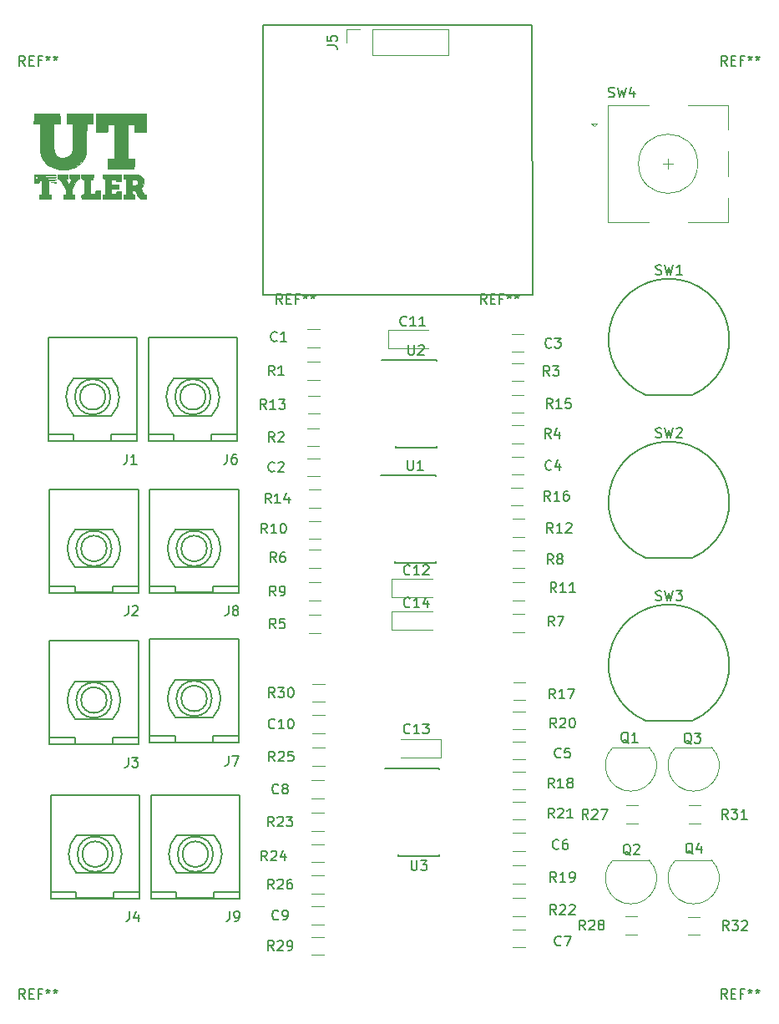
<source format=gbr>
G04 #@! TF.GenerationSoftware,KiCad,Pcbnew,(5.0.0)*
G04 #@! TF.CreationDate,2019-03-16T17:35:48-05:00*
G04 #@! TF.ProjectId,PP_UI,50505F55492E6B696361645F70636200,rev?*
G04 #@! TF.SameCoordinates,Original*
G04 #@! TF.FileFunction,Legend,Top*
G04 #@! TF.FilePolarity,Positive*
%FSLAX46Y46*%
G04 Gerber Fmt 4.6, Leading zero omitted, Abs format (unit mm)*
G04 Created by KiCad (PCBNEW (5.0.0)) date 03/16/19 17:35:48*
%MOMM*%
%LPD*%
G01*
G04 APERTURE LIST*
%ADD10C,0.200000*%
%ADD11C,0.150000*%
%ADD12C,0.120000*%
%ADD13C,0.010000*%
G04 APERTURE END LIST*
D10*
X202484100Y-83060800D02*
X202471400Y-55755800D01*
X175179100Y-83073500D02*
X175166400Y-55768500D01*
X175166400Y-55768500D02*
X202471400Y-55755800D01*
X175179100Y-83073500D02*
X202484100Y-83060800D01*
D11*
G04 #@! TO.C,U1*
X188521450Y-101346400D02*
X187146450Y-101346400D01*
X188521450Y-110221400D02*
X192671450Y-110221400D01*
X188521450Y-101321400D02*
X192671450Y-101321400D01*
X188521450Y-110221400D02*
X188521450Y-110106400D01*
X192671450Y-110221400D02*
X192671450Y-110106400D01*
X192671450Y-101321400D02*
X192671450Y-101436400D01*
X188521450Y-101321400D02*
X188521450Y-101346400D01*
D12*
G04 #@! TO.C,C4*
X201625214Y-101283900D02*
X200421086Y-101283900D01*
X201625214Y-99463900D02*
X200421086Y-99463900D01*
G04 #@! TO.C,C3*
X201612514Y-88863300D02*
X200408386Y-88863300D01*
X201612514Y-87043300D02*
X200408386Y-87043300D01*
G04 #@! TO.C,C1*
X179707386Y-88393400D02*
X180911514Y-88393400D01*
X179707386Y-86573400D02*
X180911514Y-86573400D01*
G04 #@! TO.C,C2*
X179707386Y-101474400D02*
X180911514Y-101474400D01*
X179707386Y-99654400D02*
X180911514Y-99654400D01*
G04 #@! TO.C,C11*
X191960300Y-86606100D02*
X187875300Y-86606100D01*
X187875300Y-86606100D02*
X187875300Y-88476100D01*
X187875300Y-88476100D02*
X191960300Y-88476100D01*
G04 #@! TO.C,C12*
X192323450Y-111821400D02*
X188238450Y-111821400D01*
X188238450Y-111821400D02*
X188238450Y-113691400D01*
X188238450Y-113691400D02*
X192323450Y-113691400D01*
G04 #@! TO.C,R5*
X179834386Y-115529400D02*
X181038514Y-115529400D01*
X179834386Y-117349400D02*
X181038514Y-117349400D01*
G04 #@! TO.C,R6*
X179834386Y-110745400D02*
X181038514Y-110745400D01*
X179834386Y-108925400D02*
X181038514Y-108925400D01*
G04 #@! TO.C,R2*
X180866150Y-98426400D02*
X179662022Y-98426400D01*
X180866150Y-96606400D02*
X179662022Y-96606400D01*
G04 #@! TO.C,R3*
X200421086Y-91797000D02*
X201625214Y-91797000D01*
X200421086Y-89977000D02*
X201625214Y-89977000D01*
G04 #@! TO.C,R4*
X200421086Y-98121600D02*
X201625214Y-98121600D01*
X200421086Y-96301600D02*
X201625214Y-96301600D01*
G04 #@! TO.C,R1*
X180911514Y-89875400D02*
X179707386Y-89875400D01*
X180911514Y-91695400D02*
X179707386Y-91695400D01*
G04 #@! TO.C,R13*
X180948014Y-95124400D02*
X179743886Y-95124400D01*
X180948014Y-93304400D02*
X179743886Y-93304400D01*
G04 #@! TO.C,R16*
X201536314Y-104446200D02*
X200332186Y-104446200D01*
X201536314Y-102626200D02*
X200332186Y-102626200D01*
G04 #@! TO.C,R11*
X200497286Y-114022000D02*
X201701414Y-114022000D01*
X200497286Y-112202000D02*
X201701414Y-112202000D01*
G04 #@! TO.C,R12*
X200497286Y-107608500D02*
X201701414Y-107608500D01*
X200497286Y-105788500D02*
X201701414Y-105788500D01*
G04 #@! TO.C,R7*
X201701414Y-115453200D02*
X200497286Y-115453200D01*
X201701414Y-117273200D02*
X200497286Y-117273200D01*
G04 #@! TO.C,R8*
X201701414Y-110770800D02*
X200497286Y-110770800D01*
X201701414Y-108950800D02*
X200497286Y-108950800D01*
G04 #@! TO.C,R15*
X200421086Y-95035500D02*
X201625214Y-95035500D01*
X200421086Y-93215500D02*
X201625214Y-93215500D01*
G04 #@! TO.C,R9*
X181038514Y-112227400D02*
X179834386Y-112227400D01*
X181038514Y-114047400D02*
X179834386Y-114047400D01*
G04 #@! TO.C,R10*
X181038514Y-106004400D02*
X179834386Y-106004400D01*
X181038514Y-107824400D02*
X179834386Y-107824400D01*
G04 #@! TO.C,R14*
X179834386Y-102829400D02*
X181038514Y-102829400D01*
X179834386Y-104649400D02*
X181038514Y-104649400D01*
G04 #@! TO.C,C14*
X192323450Y-115123400D02*
X188238450Y-115123400D01*
X188238450Y-115123400D02*
X188238450Y-116993400D01*
X188238450Y-116993400D02*
X192323450Y-116993400D01*
D11*
G04 #@! TO.C,U2*
X188615450Y-89637400D02*
X188615450Y-89662400D01*
X192765450Y-89637400D02*
X192765450Y-89752400D01*
X192765450Y-98537400D02*
X192765450Y-98422400D01*
X188615450Y-98537400D02*
X188615450Y-98422400D01*
X188615450Y-89637400D02*
X192765450Y-89637400D01*
X188615450Y-98537400D02*
X192765450Y-98537400D01*
X188615450Y-89662400D02*
X187240450Y-89662400D01*
D12*
G04 #@! TO.C,C5*
X200535386Y-128356400D02*
X201739514Y-128356400D01*
X200535386Y-130176400D02*
X201739514Y-130176400D01*
G04 #@! TO.C,C6*
X200535386Y-139447400D02*
X201739514Y-139447400D01*
X200535386Y-137627400D02*
X201739514Y-137627400D01*
G04 #@! TO.C,C7*
X200535386Y-149226400D02*
X201739514Y-149226400D01*
X200535386Y-147406400D02*
X201739514Y-147406400D01*
G04 #@! TO.C,C8*
X181320456Y-132293400D02*
X180116328Y-132293400D01*
X181320456Y-134113400D02*
X180116328Y-134113400D01*
G04 #@! TO.C,C9*
X181320456Y-146904092D02*
X180116328Y-146904092D01*
X181320456Y-145084092D02*
X180116328Y-145084092D01*
G04 #@! TO.C,C10*
X181419514Y-127509400D02*
X180215386Y-127509400D01*
X181419514Y-125689400D02*
X180215386Y-125689400D01*
G04 #@! TO.C,C13*
X193208450Y-128077400D02*
X189123450Y-128077400D01*
X193208450Y-129947400D02*
X193208450Y-128077400D01*
X189123450Y-129947400D02*
X193208450Y-129947400D01*
D11*
G04 #@! TO.C,J1*
X159203850Y-93419600D02*
G75*
G03X159203850Y-93419600I-1300000J0D01*
G01*
X153403850Y-87419600D02*
X162403850Y-87419600D01*
X153403850Y-97919600D02*
X162403850Y-97919600D01*
X153403850Y-87419600D02*
X153403850Y-97919600D01*
X162403850Y-87419600D02*
X162403850Y-97919600D01*
X159699901Y-93419600D02*
G75*
G03X159699901Y-93419600I-1796051J0D01*
G01*
X155998850Y-91514600D02*
X159808850Y-91514600D01*
X159808850Y-95324600D02*
X155998850Y-95324600D01*
X155998850Y-91514600D02*
G75*
G03X155998850Y-95324600I1905000J-1905000D01*
G01*
X159808850Y-95324600D02*
G75*
G03X159808850Y-91514600I-1905000J1905000D01*
G01*
X159808850Y-97229600D02*
X162348850Y-97229600D01*
X159808850Y-97864600D02*
X159808850Y-97229600D01*
X155998850Y-97864600D02*
X159808850Y-97864600D01*
X155998850Y-97229600D02*
X155998850Y-97864600D01*
X153458850Y-97229600D02*
X155998850Y-97229600D01*
G04 #@! TO.C,J2*
X159330850Y-108786600D02*
G75*
G03X159330850Y-108786600I-1300000J0D01*
G01*
X153530850Y-102786600D02*
X162530850Y-102786600D01*
X153530850Y-113286600D02*
X162530850Y-113286600D01*
X153530850Y-102786600D02*
X153530850Y-113286600D01*
X162530850Y-102786600D02*
X162530850Y-113286600D01*
X159826901Y-108786600D02*
G75*
G03X159826901Y-108786600I-1796051J0D01*
G01*
X156125850Y-106881600D02*
X159935850Y-106881600D01*
X159935850Y-110691600D02*
X156125850Y-110691600D01*
X156125850Y-106881600D02*
G75*
G03X156125850Y-110691600I1905000J-1905000D01*
G01*
X159935850Y-110691600D02*
G75*
G03X159935850Y-106881600I-1905000J1905000D01*
G01*
X159935850Y-112596600D02*
X162475850Y-112596600D01*
X159935850Y-113231600D02*
X159935850Y-112596600D01*
X156125850Y-113231600D02*
X159935850Y-113231600D01*
X156125850Y-112596600D02*
X156125850Y-113231600D01*
X153585850Y-112596600D02*
X156125850Y-112596600D01*
G04 #@! TO.C,J3*
X159330850Y-124153600D02*
G75*
G03X159330850Y-124153600I-1300000J0D01*
G01*
X153530850Y-118153600D02*
X162530850Y-118153600D01*
X153530850Y-128653600D02*
X162530850Y-128653600D01*
X153530850Y-118153600D02*
X153530850Y-128653600D01*
X162530850Y-118153600D02*
X162530850Y-128653600D01*
X159826901Y-124153600D02*
G75*
G03X159826901Y-124153600I-1796051J0D01*
G01*
X156125850Y-122248600D02*
X159935850Y-122248600D01*
X159935850Y-126058600D02*
X156125850Y-126058600D01*
X156125850Y-122248600D02*
G75*
G03X156125850Y-126058600I1905000J-1905000D01*
G01*
X159935850Y-126058600D02*
G75*
G03X159935850Y-122248600I-1905000J1905000D01*
G01*
X159935850Y-127963600D02*
X162475850Y-127963600D01*
X159935850Y-128598600D02*
X159935850Y-127963600D01*
X156125850Y-128598600D02*
X159935850Y-128598600D01*
X156125850Y-127963600D02*
X156125850Y-128598600D01*
X153585850Y-127963600D02*
X156125850Y-127963600D01*
G04 #@! TO.C,J4*
X153712850Y-143584600D02*
X156252850Y-143584600D01*
X156252850Y-143584600D02*
X156252850Y-144219600D01*
X156252850Y-144219600D02*
X160062850Y-144219600D01*
X160062850Y-144219600D02*
X160062850Y-143584600D01*
X160062850Y-143584600D02*
X162602850Y-143584600D01*
X160062850Y-141679600D02*
G75*
G03X160062850Y-137869600I-1905000J1905000D01*
G01*
X156252850Y-137869600D02*
G75*
G03X156252850Y-141679600I1905000J-1905000D01*
G01*
X160062850Y-141679600D02*
X156252850Y-141679600D01*
X156252850Y-137869600D02*
X160062850Y-137869600D01*
X159953901Y-139774600D02*
G75*
G03X159953901Y-139774600I-1796051J0D01*
G01*
X162657850Y-133774600D02*
X162657850Y-144274600D01*
X153657850Y-133774600D02*
X153657850Y-144274600D01*
X153657850Y-144274600D02*
X162657850Y-144274600D01*
X153657850Y-133774600D02*
X162657850Y-133774600D01*
X159457850Y-139774600D02*
G75*
G03X159457850Y-139774600I-1300000J0D01*
G01*
G04 #@! TO.C,J6*
X163618850Y-97229600D02*
X166158850Y-97229600D01*
X166158850Y-97229600D02*
X166158850Y-97864600D01*
X166158850Y-97864600D02*
X169968850Y-97864600D01*
X169968850Y-97864600D02*
X169968850Y-97229600D01*
X169968850Y-97229600D02*
X172508850Y-97229600D01*
X169968850Y-95324600D02*
G75*
G03X169968850Y-91514600I-1905000J1905000D01*
G01*
X166158850Y-91514600D02*
G75*
G03X166158850Y-95324600I1905000J-1905000D01*
G01*
X169968850Y-95324600D02*
X166158850Y-95324600D01*
X166158850Y-91514600D02*
X169968850Y-91514600D01*
X169859901Y-93419600D02*
G75*
G03X169859901Y-93419600I-1796051J0D01*
G01*
X172563850Y-87419600D02*
X172563850Y-97919600D01*
X163563850Y-87419600D02*
X163563850Y-97919600D01*
X163563850Y-97919600D02*
X172563850Y-97919600D01*
X163563850Y-87419600D02*
X172563850Y-87419600D01*
X169363850Y-93419600D02*
G75*
G03X169363850Y-93419600I-1300000J0D01*
G01*
G04 #@! TO.C,J7*
X169490850Y-123993600D02*
G75*
G03X169490850Y-123993600I-1300000J0D01*
G01*
X163690850Y-117993600D02*
X172690850Y-117993600D01*
X163690850Y-128493600D02*
X172690850Y-128493600D01*
X163690850Y-117993600D02*
X163690850Y-128493600D01*
X172690850Y-117993600D02*
X172690850Y-128493600D01*
X169986901Y-123993600D02*
G75*
G03X169986901Y-123993600I-1796051J0D01*
G01*
X166285850Y-122088600D02*
X170095850Y-122088600D01*
X170095850Y-125898600D02*
X166285850Y-125898600D01*
X166285850Y-122088600D02*
G75*
G03X166285850Y-125898600I1905000J-1905000D01*
G01*
X170095850Y-125898600D02*
G75*
G03X170095850Y-122088600I-1905000J1905000D01*
G01*
X170095850Y-127803600D02*
X172635850Y-127803600D01*
X170095850Y-128438600D02*
X170095850Y-127803600D01*
X166285850Y-128438600D02*
X170095850Y-128438600D01*
X166285850Y-127803600D02*
X166285850Y-128438600D01*
X163745850Y-127803600D02*
X166285850Y-127803600D01*
G04 #@! TO.C,J8*
X163745850Y-112596600D02*
X166285850Y-112596600D01*
X166285850Y-112596600D02*
X166285850Y-113231600D01*
X166285850Y-113231600D02*
X170095850Y-113231600D01*
X170095850Y-113231600D02*
X170095850Y-112596600D01*
X170095850Y-112596600D02*
X172635850Y-112596600D01*
X170095850Y-110691600D02*
G75*
G03X170095850Y-106881600I-1905000J1905000D01*
G01*
X166285850Y-106881600D02*
G75*
G03X166285850Y-110691600I1905000J-1905000D01*
G01*
X170095850Y-110691600D02*
X166285850Y-110691600D01*
X166285850Y-106881600D02*
X170095850Y-106881600D01*
X169986901Y-108786600D02*
G75*
G03X169986901Y-108786600I-1796051J0D01*
G01*
X172690850Y-102786600D02*
X172690850Y-113286600D01*
X163690850Y-102786600D02*
X163690850Y-113286600D01*
X163690850Y-113286600D02*
X172690850Y-113286600D01*
X163690850Y-102786600D02*
X172690850Y-102786600D01*
X169490850Y-108786600D02*
G75*
G03X169490850Y-108786600I-1300000J0D01*
G01*
G04 #@! TO.C,J9*
X163872850Y-143584600D02*
X166412850Y-143584600D01*
X166412850Y-143584600D02*
X166412850Y-144219600D01*
X166412850Y-144219600D02*
X170222850Y-144219600D01*
X170222850Y-144219600D02*
X170222850Y-143584600D01*
X170222850Y-143584600D02*
X172762850Y-143584600D01*
X170222850Y-141679600D02*
G75*
G03X170222850Y-137869600I-1905000J1905000D01*
G01*
X166412850Y-137869600D02*
G75*
G03X166412850Y-141679600I1905000J-1905000D01*
G01*
X170222850Y-141679600D02*
X166412850Y-141679600D01*
X166412850Y-137869600D02*
X170222850Y-137869600D01*
X170113901Y-139774600D02*
G75*
G03X170113901Y-139774600I-1796051J0D01*
G01*
X172817850Y-133774600D02*
X172817850Y-144274600D01*
X163817850Y-133774600D02*
X163817850Y-144274600D01*
X163817850Y-144274600D02*
X172817850Y-144274600D01*
X163817850Y-133774600D02*
X172817850Y-133774600D01*
X169617850Y-139774600D02*
G75*
G03X169617850Y-139774600I-1300000J0D01*
G01*
D12*
G04 #@! TO.C,Q1*
X214291250Y-128940400D02*
X210691250Y-128940400D01*
X214329728Y-128951922D02*
G75*
G02X212491250Y-133390400I-1838478J-1838478D01*
G01*
X210652772Y-128951922D02*
G75*
G03X212491250Y-133390400I1838478J-1838478D01*
G01*
G04 #@! TO.C,Q2*
X210652772Y-140381922D02*
G75*
G03X212491250Y-144820400I1838478J-1838478D01*
G01*
X214329728Y-140381922D02*
G75*
G02X212491250Y-144820400I-1838478J-1838478D01*
G01*
X214291250Y-140370400D02*
X210691250Y-140370400D01*
G04 #@! TO.C,Q3*
X220641250Y-128940400D02*
X217041250Y-128940400D01*
X220679728Y-128951922D02*
G75*
G02X218841250Y-133390400I-1838478J-1838478D01*
G01*
X217002772Y-128951922D02*
G75*
G03X218841250Y-133390400I1838478J-1838478D01*
G01*
G04 #@! TO.C,Q4*
X217002772Y-140381922D02*
G75*
G03X218841250Y-144820400I1838478J-1838478D01*
G01*
X220679728Y-140381922D02*
G75*
G02X218841250Y-144820400I-1838478J-1838478D01*
G01*
X220641250Y-140370400D02*
X217041250Y-140370400D01*
G04 #@! TO.C,R17*
X201767456Y-124171092D02*
X200563328Y-124171092D01*
X201767456Y-122351092D02*
X200563328Y-122351092D01*
G04 #@! TO.C,R18*
X200535386Y-131404400D02*
X201739514Y-131404400D01*
X200535386Y-133224400D02*
X201739514Y-133224400D01*
G04 #@! TO.C,R19*
X200535386Y-140929400D02*
X201739514Y-140929400D01*
X200535386Y-142749400D02*
X201739514Y-142749400D01*
G04 #@! TO.C,R20*
X200535386Y-125308400D02*
X201739514Y-125308400D01*
X200535386Y-127128400D02*
X201739514Y-127128400D01*
G04 #@! TO.C,R21*
X200535386Y-136272400D02*
X201739514Y-136272400D01*
X200535386Y-134452400D02*
X201739514Y-134452400D01*
G04 #@! TO.C,R22*
X200535386Y-146051400D02*
X201739514Y-146051400D01*
X200535386Y-144231400D02*
X201739514Y-144231400D01*
G04 #@! TO.C,R23*
X180116328Y-135595400D02*
X181320456Y-135595400D01*
X180116328Y-137415400D02*
X181320456Y-137415400D01*
G04 #@! TO.C,R24*
X181320456Y-138770400D02*
X180116328Y-138770400D01*
X181320456Y-140590400D02*
X180116328Y-140590400D01*
G04 #@! TO.C,R25*
X180215386Y-130811400D02*
X181419514Y-130811400D01*
X180215386Y-128991400D02*
X181419514Y-128991400D01*
G04 #@! TO.C,R26*
X180116328Y-143765400D02*
X181320456Y-143765400D01*
X180116328Y-141945400D02*
X181320456Y-141945400D01*
G04 #@! TO.C,R27*
X213207614Y-134846100D02*
X212003486Y-134846100D01*
X213207614Y-136666100D02*
X212003486Y-136666100D01*
G04 #@! TO.C,R28*
X213118714Y-147918300D02*
X211914586Y-147918300D01*
X213118714Y-146098300D02*
X211914586Y-146098300D01*
G04 #@! TO.C,R29*
X181320456Y-149988400D02*
X180116328Y-149988400D01*
X181320456Y-148168400D02*
X180116328Y-148168400D01*
G04 #@! TO.C,R30*
X181419514Y-124334400D02*
X180215386Y-124334400D01*
X181419514Y-122514400D02*
X180215386Y-122514400D01*
G04 #@! TO.C,R31*
X219557614Y-136666100D02*
X218353486Y-136666100D01*
X219557614Y-134846100D02*
X218353486Y-134846100D01*
G04 #@! TO.C,R32*
X219443314Y-147956400D02*
X218239186Y-147956400D01*
X219443314Y-146136400D02*
X218239186Y-146136400D01*
D11*
G04 #@! TO.C,SW1*
X218727450Y-93210400D02*
X213947450Y-93210400D01*
X218734293Y-93207495D02*
G75*
G03X213947450Y-93210400I-2396843J5637095D01*
G01*
G04 #@! TO.C,SW2*
X218734293Y-109717495D02*
G75*
G03X213947450Y-109720400I-2396843J5637095D01*
G01*
X218727450Y-109720400D02*
X213947450Y-109720400D01*
G04 #@! TO.C,SW3*
X218727450Y-126230400D02*
X213947450Y-126230400D01*
X218734293Y-126227495D02*
G75*
G03X213947450Y-126230400I-2396843J5637095D01*
G01*
D12*
G04 #@! TO.C,SW4*
X215757450Y-69790400D02*
X216757450Y-69790400D01*
X216257450Y-69290400D02*
X216257450Y-70290400D01*
X222357450Y-73290400D02*
X222357450Y-75690400D01*
X222357450Y-68490400D02*
X222357450Y-71090400D01*
X222357450Y-63890400D02*
X222357450Y-66290400D01*
X209057450Y-65690400D02*
X208757450Y-65990400D01*
X208457450Y-65690400D02*
X209057450Y-65690400D01*
X208757450Y-65990400D02*
X208457450Y-65690400D01*
X210157450Y-63890400D02*
X210157450Y-75690400D01*
X214257450Y-63890400D02*
X210157450Y-63890400D01*
X214257450Y-75690400D02*
X210157450Y-75690400D01*
X222357450Y-75690400D02*
X218257450Y-75690400D01*
X218257450Y-63890400D02*
X222357450Y-63890400D01*
X219257450Y-69790400D02*
G75*
G03X219257450Y-69790400I-3000000J0D01*
G01*
D11*
G04 #@! TO.C,U3*
X188902450Y-131039400D02*
X188902450Y-131064400D01*
X193052450Y-131039400D02*
X193052450Y-131154400D01*
X193052450Y-139939400D02*
X193052450Y-139824400D01*
X188902450Y-139939400D02*
X188902450Y-139824400D01*
X188902450Y-131039400D02*
X193052450Y-131039400D01*
X188902450Y-139939400D02*
X193052450Y-139939400D01*
X188902450Y-131064400D02*
X187527450Y-131064400D01*
D12*
G04 #@! TO.C,J5*
X186259100Y-58798900D02*
X186259100Y-56138900D01*
X186259100Y-58798900D02*
X193939100Y-58798900D01*
X193939100Y-58798900D02*
X193939100Y-56138900D01*
X186259100Y-56138900D02*
X193939100Y-56138900D01*
X183659100Y-56138900D02*
X184989100Y-56138900D01*
X183659100Y-57468900D02*
X183659100Y-56138900D01*
D13*
G04 #@! TO.C,G\002A\002A\002A*
G36*
X153435949Y-70893894D02*
X153741072Y-70899461D01*
X153966829Y-70908526D01*
X154109043Y-70920916D01*
X154163536Y-70936456D01*
X154164000Y-70938182D01*
X154119631Y-70958454D01*
X153993564Y-70973453D01*
X153796361Y-70982298D01*
X153609818Y-70984364D01*
X153370887Y-70986101D01*
X153210144Y-70992489D01*
X153113460Y-71005294D01*
X153066705Y-71026283D01*
X153055637Y-71053637D01*
X153069531Y-71083503D01*
X153120636Y-71103596D01*
X153223079Y-71115681D01*
X153390993Y-71121526D01*
X153609818Y-71122909D01*
X153853082Y-71126607D01*
X154033065Y-71137112D01*
X154139205Y-71153546D01*
X154164000Y-71169091D01*
X154119631Y-71189363D01*
X153993564Y-71204362D01*
X153796361Y-71213207D01*
X153609818Y-71215273D01*
X153370887Y-71217010D01*
X153210144Y-71223398D01*
X153113460Y-71236203D01*
X153066705Y-71257192D01*
X153055637Y-71284546D01*
X153069531Y-71314412D01*
X153120636Y-71334505D01*
X153223079Y-71346590D01*
X153390993Y-71352435D01*
X153609818Y-71353818D01*
X153853082Y-71357516D01*
X154033065Y-71368021D01*
X154139205Y-71384455D01*
X154164000Y-71400000D01*
X154120587Y-71422491D01*
X154001183Y-71438417D01*
X153822048Y-71445868D01*
X153771455Y-71446182D01*
X153378909Y-71446182D01*
X153378909Y-72877818D01*
X153519985Y-72877818D01*
X153604658Y-72882410D01*
X153644123Y-72912432D01*
X153652487Y-72992252D01*
X153646985Y-73097182D01*
X153632909Y-73316546D01*
X153067182Y-73329513D01*
X152501455Y-73342479D01*
X152501455Y-73110149D01*
X152504432Y-72972922D01*
X152522805Y-72904295D01*
X152570742Y-72880515D01*
X152640000Y-72877818D01*
X152778546Y-72877818D01*
X152778546Y-72192788D01*
X152777085Y-71950850D01*
X152773065Y-71743263D01*
X152767026Y-71586801D01*
X152759509Y-71498237D01*
X152755718Y-71484930D01*
X152698594Y-71474788D01*
X152594081Y-71482474D01*
X152492482Y-71513784D01*
X152456890Y-71581694D01*
X152455273Y-71613060D01*
X152447934Y-71676248D01*
X152410902Y-71709155D01*
X152321654Y-71721553D01*
X152201273Y-71723273D01*
X151947273Y-71723273D01*
X151947273Y-71423091D01*
X153101818Y-71423091D01*
X153124909Y-71446182D01*
X153148000Y-71423091D01*
X153124909Y-71400000D01*
X153101818Y-71423091D01*
X151947273Y-71423091D01*
X151947273Y-71145135D01*
X152083387Y-71145135D01*
X152092196Y-71199848D01*
X152093274Y-71201166D01*
X152121169Y-71272743D01*
X152114917Y-71297917D01*
X152135998Y-71326248D01*
X152221591Y-71338416D01*
X152224364Y-71338424D01*
X152311236Y-71326800D01*
X152334300Y-71298753D01*
X152333811Y-71297917D01*
X152338275Y-71233323D01*
X152364588Y-71190159D01*
X152394663Y-71136733D01*
X152348490Y-71122921D01*
X152345473Y-71122909D01*
X152280438Y-71101785D01*
X152270546Y-71081073D01*
X152235576Y-71067272D01*
X152158571Y-71092079D01*
X152083387Y-71145135D01*
X151947273Y-71145135D01*
X151947273Y-70892000D01*
X153055637Y-70892000D01*
X153435949Y-70893894D01*
X153435949Y-70893894D01*
G37*
X153435949Y-70893894D02*
X153741072Y-70899461D01*
X153966829Y-70908526D01*
X154109043Y-70920916D01*
X154163536Y-70936456D01*
X154164000Y-70938182D01*
X154119631Y-70958454D01*
X153993564Y-70973453D01*
X153796361Y-70982298D01*
X153609818Y-70984364D01*
X153370887Y-70986101D01*
X153210144Y-70992489D01*
X153113460Y-71005294D01*
X153066705Y-71026283D01*
X153055637Y-71053637D01*
X153069531Y-71083503D01*
X153120636Y-71103596D01*
X153223079Y-71115681D01*
X153390993Y-71121526D01*
X153609818Y-71122909D01*
X153853082Y-71126607D01*
X154033065Y-71137112D01*
X154139205Y-71153546D01*
X154164000Y-71169091D01*
X154119631Y-71189363D01*
X153993564Y-71204362D01*
X153796361Y-71213207D01*
X153609818Y-71215273D01*
X153370887Y-71217010D01*
X153210144Y-71223398D01*
X153113460Y-71236203D01*
X153066705Y-71257192D01*
X153055637Y-71284546D01*
X153069531Y-71314412D01*
X153120636Y-71334505D01*
X153223079Y-71346590D01*
X153390993Y-71352435D01*
X153609818Y-71353818D01*
X153853082Y-71357516D01*
X154033065Y-71368021D01*
X154139205Y-71384455D01*
X154164000Y-71400000D01*
X154120587Y-71422491D01*
X154001183Y-71438417D01*
X153822048Y-71445868D01*
X153771455Y-71446182D01*
X153378909Y-71446182D01*
X153378909Y-72877818D01*
X153519985Y-72877818D01*
X153604658Y-72882410D01*
X153644123Y-72912432D01*
X153652487Y-72992252D01*
X153646985Y-73097182D01*
X153632909Y-73316546D01*
X153067182Y-73329513D01*
X152501455Y-73342479D01*
X152501455Y-73110149D01*
X152504432Y-72972922D01*
X152522805Y-72904295D01*
X152570742Y-72880515D01*
X152640000Y-72877818D01*
X152778546Y-72877818D01*
X152778546Y-72192788D01*
X152777085Y-71950850D01*
X152773065Y-71743263D01*
X152767026Y-71586801D01*
X152759509Y-71498237D01*
X152755718Y-71484930D01*
X152698594Y-71474788D01*
X152594081Y-71482474D01*
X152492482Y-71513784D01*
X152456890Y-71581694D01*
X152455273Y-71613060D01*
X152447934Y-71676248D01*
X152410902Y-71709155D01*
X152321654Y-71721553D01*
X152201273Y-71723273D01*
X151947273Y-71723273D01*
X151947273Y-71423091D01*
X153101818Y-71423091D01*
X153124909Y-71446182D01*
X153148000Y-71423091D01*
X153124909Y-71400000D01*
X153101818Y-71423091D01*
X151947273Y-71423091D01*
X151947273Y-71145135D01*
X152083387Y-71145135D01*
X152092196Y-71199848D01*
X152093274Y-71201166D01*
X152121169Y-71272743D01*
X152114917Y-71297917D01*
X152135998Y-71326248D01*
X152221591Y-71338416D01*
X152224364Y-71338424D01*
X152311236Y-71326800D01*
X152334300Y-71298753D01*
X152333811Y-71297917D01*
X152338275Y-71233323D01*
X152364588Y-71190159D01*
X152394663Y-71136733D01*
X152348490Y-71122921D01*
X152345473Y-71122909D01*
X152280438Y-71101785D01*
X152270546Y-71081073D01*
X152235576Y-71067272D01*
X152158571Y-71092079D01*
X152083387Y-71145135D01*
X151947273Y-71145135D01*
X151947273Y-70892000D01*
X153055637Y-70892000D01*
X153435949Y-70893894D01*
G36*
X155364728Y-71099818D02*
X155358684Y-71229688D01*
X155333590Y-71291100D01*
X155278999Y-71307557D01*
X155272364Y-71307637D01*
X155210890Y-71313779D01*
X155188395Y-71342747D01*
X155207452Y-71410354D01*
X155270634Y-71532413D01*
X155324358Y-71627146D01*
X155467848Y-71877382D01*
X155623145Y-71604055D01*
X155703902Y-71459552D01*
X155742299Y-71376023D01*
X155741736Y-71334211D01*
X155705613Y-71314859D01*
X155675494Y-71307637D01*
X155608715Y-71277134D01*
X155577872Y-71207238D01*
X155569866Y-71088273D01*
X155567186Y-70892000D01*
X156565455Y-70892000D01*
X156565455Y-71096606D01*
X156558910Y-71226413D01*
X156531131Y-71290460D01*
X156469896Y-71314914D01*
X156463001Y-71315970D01*
X156399405Y-71349309D01*
X156316904Y-71439079D01*
X156208415Y-71594327D01*
X156071890Y-71815637D01*
X155949243Y-72024757D01*
X155867198Y-72177218D01*
X155817586Y-72294800D01*
X155792242Y-72399280D01*
X155782996Y-72512440D01*
X155781799Y-72589182D01*
X155780364Y-72877818D01*
X155921440Y-72877818D01*
X156006113Y-72882410D01*
X156045577Y-72912432D01*
X156053942Y-72992252D01*
X156048440Y-73097182D01*
X156034364Y-73316546D01*
X155468637Y-73329513D01*
X154902909Y-73342479D01*
X154902909Y-73110149D01*
X154905886Y-72972922D01*
X154924260Y-72904295D01*
X154972196Y-72880515D01*
X155041455Y-72877818D01*
X155121081Y-72873441D01*
X155162267Y-72845044D01*
X155177683Y-72769729D01*
X155180000Y-72627461D01*
X155179445Y-72546372D01*
X155174097Y-72476030D01*
X155158436Y-72404447D01*
X155126940Y-72319637D01*
X155074088Y-72209612D01*
X154994358Y-72062385D01*
X154882229Y-71865971D01*
X154732178Y-71608380D01*
X154630691Y-71434929D01*
X154536625Y-71334137D01*
X154452637Y-71307929D01*
X154388228Y-71297078D01*
X154357723Y-71248756D01*
X154348951Y-71138591D01*
X154348728Y-71099818D01*
X154348728Y-70892000D01*
X155364728Y-70892000D01*
X155364728Y-71099818D01*
X155364728Y-71099818D01*
G37*
X155364728Y-71099818D02*
X155358684Y-71229688D01*
X155333590Y-71291100D01*
X155278999Y-71307557D01*
X155272364Y-71307637D01*
X155210890Y-71313779D01*
X155188395Y-71342747D01*
X155207452Y-71410354D01*
X155270634Y-71532413D01*
X155324358Y-71627146D01*
X155467848Y-71877382D01*
X155623145Y-71604055D01*
X155703902Y-71459552D01*
X155742299Y-71376023D01*
X155741736Y-71334211D01*
X155705613Y-71314859D01*
X155675494Y-71307637D01*
X155608715Y-71277134D01*
X155577872Y-71207238D01*
X155569866Y-71088273D01*
X155567186Y-70892000D01*
X156565455Y-70892000D01*
X156565455Y-71096606D01*
X156558910Y-71226413D01*
X156531131Y-71290460D01*
X156469896Y-71314914D01*
X156463001Y-71315970D01*
X156399405Y-71349309D01*
X156316904Y-71439079D01*
X156208415Y-71594327D01*
X156071890Y-71815637D01*
X155949243Y-72024757D01*
X155867198Y-72177218D01*
X155817586Y-72294800D01*
X155792242Y-72399280D01*
X155782996Y-72512440D01*
X155781799Y-72589182D01*
X155780364Y-72877818D01*
X155921440Y-72877818D01*
X156006113Y-72882410D01*
X156045577Y-72912432D01*
X156053942Y-72992252D01*
X156048440Y-73097182D01*
X156034364Y-73316546D01*
X155468637Y-73329513D01*
X154902909Y-73342479D01*
X154902909Y-73110149D01*
X154905886Y-72972922D01*
X154924260Y-72904295D01*
X154972196Y-72880515D01*
X155041455Y-72877818D01*
X155121081Y-72873441D01*
X155162267Y-72845044D01*
X155177683Y-72769729D01*
X155180000Y-72627461D01*
X155179445Y-72546372D01*
X155174097Y-72476030D01*
X155158436Y-72404447D01*
X155126940Y-72319637D01*
X155074088Y-72209612D01*
X154994358Y-72062385D01*
X154882229Y-71865971D01*
X154732178Y-71608380D01*
X154630691Y-71434929D01*
X154536625Y-71334137D01*
X154452637Y-71307929D01*
X154388228Y-71297078D01*
X154357723Y-71248756D01*
X154348951Y-71138591D01*
X154348728Y-71099818D01*
X154348728Y-70892000D01*
X155364728Y-70892000D01*
X155364728Y-71099818D01*
G36*
X157950909Y-71122909D02*
X157947882Y-71259602D01*
X157929271Y-71327765D01*
X157880781Y-71351226D01*
X157812364Y-71353818D01*
X157673818Y-71353818D01*
X157673818Y-72831637D01*
X158176243Y-72831637D01*
X158190576Y-72663480D01*
X158204909Y-72495324D01*
X158447364Y-72487619D01*
X158689818Y-72479913D01*
X158689818Y-73339637D01*
X157741642Y-73339637D01*
X157412272Y-73338572D01*
X157164400Y-73334895D01*
X156987180Y-73327884D01*
X156869765Y-73316814D01*
X156801308Y-73300963D01*
X156770963Y-73279608D01*
X156768570Y-73274760D01*
X156755429Y-73185554D01*
X156758075Y-73059679D01*
X156758474Y-73055397D01*
X156781709Y-72945946D01*
X156839597Y-72898017D01*
X156900273Y-72886296D01*
X157027273Y-72871683D01*
X157027273Y-71353818D01*
X156888728Y-71353818D01*
X156806712Y-71348774D01*
X156765814Y-71317755D01*
X156751738Y-71236938D01*
X156750182Y-71122909D01*
X156750182Y-70892000D01*
X157950909Y-70892000D01*
X157950909Y-71122909D01*
X157950909Y-71122909D01*
G37*
X157950909Y-71122909D02*
X157947882Y-71259602D01*
X157929271Y-71327765D01*
X157880781Y-71351226D01*
X157812364Y-71353818D01*
X157673818Y-71353818D01*
X157673818Y-72831637D01*
X158176243Y-72831637D01*
X158190576Y-72663480D01*
X158204909Y-72495324D01*
X158447364Y-72487619D01*
X158689818Y-72479913D01*
X158689818Y-73339637D01*
X157741642Y-73339637D01*
X157412272Y-73338572D01*
X157164400Y-73334895D01*
X156987180Y-73327884D01*
X156869765Y-73316814D01*
X156801308Y-73300963D01*
X156770963Y-73279608D01*
X156768570Y-73274760D01*
X156755429Y-73185554D01*
X156758075Y-73059679D01*
X156758474Y-73055397D01*
X156781709Y-72945946D01*
X156839597Y-72898017D01*
X156900273Y-72886296D01*
X157027273Y-72871683D01*
X157027273Y-71353818D01*
X156888728Y-71353818D01*
X156806712Y-71348774D01*
X156765814Y-71317755D01*
X156751738Y-71236938D01*
X156750182Y-71122909D01*
X156750182Y-70892000D01*
X157950909Y-70892000D01*
X157950909Y-71122909D01*
G36*
X160768000Y-71584728D02*
X160514000Y-71584728D01*
X160368529Y-71581730D01*
X160292784Y-71565890D01*
X160264161Y-71526933D01*
X160260000Y-71469273D01*
X160252514Y-71400752D01*
X160214307Y-71366568D01*
X160121760Y-71354912D01*
X160029091Y-71353818D01*
X159798182Y-71353818D01*
X159798182Y-71861818D01*
X160490909Y-71861818D01*
X160490909Y-72323637D01*
X159798182Y-72323637D01*
X159798182Y-72831637D01*
X160052182Y-72831637D01*
X160197653Y-72828640D01*
X160273399Y-72812799D01*
X160302021Y-72773842D01*
X160306182Y-72716182D01*
X160312775Y-72650059D01*
X160347624Y-72615629D01*
X160433330Y-72602619D01*
X160560182Y-72600728D01*
X160814182Y-72600728D01*
X160814182Y-73339637D01*
X159875152Y-73339637D01*
X159590410Y-73338705D01*
X159338430Y-73336105D01*
X159133311Y-73332129D01*
X158989155Y-73327067D01*
X158920060Y-73321212D01*
X158916287Y-73319802D01*
X158907790Y-73265982D01*
X158909144Y-73152680D01*
X158913240Y-73088893D01*
X158929238Y-72958641D01*
X158959567Y-72896531D01*
X159018871Y-72878342D01*
X159040832Y-72877818D01*
X159151637Y-72877818D01*
X159151637Y-71307637D01*
X159036182Y-71307637D01*
X158964937Y-71299023D01*
X158931182Y-71256684D01*
X158921168Y-71155871D01*
X158920728Y-71099818D01*
X158920728Y-70892000D01*
X160768000Y-70892000D01*
X160768000Y-71584728D01*
X160768000Y-71584728D01*
G37*
X160768000Y-71584728D02*
X160514000Y-71584728D01*
X160368529Y-71581730D01*
X160292784Y-71565890D01*
X160264161Y-71526933D01*
X160260000Y-71469273D01*
X160252514Y-71400752D01*
X160214307Y-71366568D01*
X160121760Y-71354912D01*
X160029091Y-71353818D01*
X159798182Y-71353818D01*
X159798182Y-71861818D01*
X160490909Y-71861818D01*
X160490909Y-72323637D01*
X159798182Y-72323637D01*
X159798182Y-72831637D01*
X160052182Y-72831637D01*
X160197653Y-72828640D01*
X160273399Y-72812799D01*
X160302021Y-72773842D01*
X160306182Y-72716182D01*
X160312775Y-72650059D01*
X160347624Y-72615629D01*
X160433330Y-72602619D01*
X160560182Y-72600728D01*
X160814182Y-72600728D01*
X160814182Y-73339637D01*
X159875152Y-73339637D01*
X159590410Y-73338705D01*
X159338430Y-73336105D01*
X159133311Y-73332129D01*
X158989155Y-73327067D01*
X158920060Y-73321212D01*
X158916287Y-73319802D01*
X158907790Y-73265982D01*
X158909144Y-73152680D01*
X158913240Y-73088893D01*
X158929238Y-72958641D01*
X158959567Y-72896531D01*
X159018871Y-72878342D01*
X159040832Y-72877818D01*
X159151637Y-72877818D01*
X159151637Y-71307637D01*
X159036182Y-71307637D01*
X158964937Y-71299023D01*
X158931182Y-71256684D01*
X158921168Y-71155871D01*
X158920728Y-71099818D01*
X158920728Y-70892000D01*
X160768000Y-70892000D01*
X160768000Y-71584728D01*
G36*
X162079796Y-70893176D02*
X162292057Y-70897884D01*
X162446613Y-70907900D01*
X162560785Y-70924998D01*
X162651896Y-70950951D01*
X162737267Y-70987534D01*
X162740497Y-70989093D01*
X162926570Y-71125415D01*
X163048661Y-71311337D01*
X163104848Y-71528052D01*
X163093210Y-71756753D01*
X163011826Y-71978632D01*
X162861400Y-72172417D01*
X162777932Y-72259171D01*
X162741686Y-72313869D01*
X162747822Y-72323637D01*
X162791484Y-72361449D01*
X162861130Y-72460613D01*
X162941735Y-72599720D01*
X162942272Y-72600728D01*
X163031817Y-72755740D01*
X163102888Y-72841676D01*
X163171149Y-72875279D01*
X163201510Y-72877818D01*
X163268347Y-72885283D01*
X163298718Y-72923731D01*
X163303321Y-73017243D01*
X163298985Y-73097182D01*
X163284909Y-73316546D01*
X163003169Y-73316378D01*
X162804057Y-73303528D01*
X162669934Y-73267553D01*
X162641265Y-73249681D01*
X162584413Y-73179095D01*
X162502774Y-73049002D01*
X162411035Y-72883396D01*
X162379854Y-72822667D01*
X162289290Y-72647981D01*
X162223095Y-72540887D01*
X162166880Y-72485138D01*
X162106255Y-72464486D01*
X162060576Y-72462182D01*
X161975696Y-72468251D01*
X161935494Y-72503164D01*
X161923323Y-72591986D01*
X161922546Y-72670000D01*
X161927331Y-72798241D01*
X161950853Y-72858999D01*
X162006860Y-72877025D01*
X162038000Y-72877818D01*
X162106521Y-72885305D01*
X162140705Y-72923511D01*
X162152361Y-73016058D01*
X162153455Y-73108728D01*
X162153455Y-73339637D01*
X161601998Y-73339637D01*
X161386415Y-73336904D01*
X161207071Y-73329463D01*
X161082671Y-73318450D01*
X161031919Y-73305002D01*
X161031918Y-73305000D01*
X161024872Y-73241143D01*
X161029571Y-73122700D01*
X161034043Y-73074091D01*
X161053459Y-72950100D01*
X161088881Y-72893188D01*
X161158701Y-72878100D01*
X161176942Y-72877878D01*
X161299091Y-72877937D01*
X161272592Y-71353818D01*
X161922546Y-71353818D01*
X161922546Y-72000364D01*
X162102157Y-72000364D01*
X162257386Y-71977652D01*
X162376629Y-71920092D01*
X162377278Y-71919546D01*
X162480647Y-71785914D01*
X162503974Y-71644724D01*
X162455902Y-71514227D01*
X162345076Y-71412675D01*
X162180137Y-71358319D01*
X162109372Y-71353818D01*
X161922546Y-71353818D01*
X161272592Y-71353818D01*
X161271789Y-71307637D01*
X161139435Y-71307637D01*
X161044475Y-71293910D01*
X161020220Y-71244103D01*
X161022553Y-71226818D01*
X161035723Y-71118727D01*
X161041558Y-71019000D01*
X161045091Y-70892000D01*
X161792510Y-70892000D01*
X162079796Y-70893176D01*
X162079796Y-70893176D01*
G37*
X162079796Y-70893176D02*
X162292057Y-70897884D01*
X162446613Y-70907900D01*
X162560785Y-70924998D01*
X162651896Y-70950951D01*
X162737267Y-70987534D01*
X162740497Y-70989093D01*
X162926570Y-71125415D01*
X163048661Y-71311337D01*
X163104848Y-71528052D01*
X163093210Y-71756753D01*
X163011826Y-71978632D01*
X162861400Y-72172417D01*
X162777932Y-72259171D01*
X162741686Y-72313869D01*
X162747822Y-72323637D01*
X162791484Y-72361449D01*
X162861130Y-72460613D01*
X162941735Y-72599720D01*
X162942272Y-72600728D01*
X163031817Y-72755740D01*
X163102888Y-72841676D01*
X163171149Y-72875279D01*
X163201510Y-72877818D01*
X163268347Y-72885283D01*
X163298718Y-72923731D01*
X163303321Y-73017243D01*
X163298985Y-73097182D01*
X163284909Y-73316546D01*
X163003169Y-73316378D01*
X162804057Y-73303528D01*
X162669934Y-73267553D01*
X162641265Y-73249681D01*
X162584413Y-73179095D01*
X162502774Y-73049002D01*
X162411035Y-72883396D01*
X162379854Y-72822667D01*
X162289290Y-72647981D01*
X162223095Y-72540887D01*
X162166880Y-72485138D01*
X162106255Y-72464486D01*
X162060576Y-72462182D01*
X161975696Y-72468251D01*
X161935494Y-72503164D01*
X161923323Y-72591986D01*
X161922546Y-72670000D01*
X161927331Y-72798241D01*
X161950853Y-72858999D01*
X162006860Y-72877025D01*
X162038000Y-72877818D01*
X162106521Y-72885305D01*
X162140705Y-72923511D01*
X162152361Y-73016058D01*
X162153455Y-73108728D01*
X162153455Y-73339637D01*
X161601998Y-73339637D01*
X161386415Y-73336904D01*
X161207071Y-73329463D01*
X161082671Y-73318450D01*
X161031919Y-73305002D01*
X161031918Y-73305000D01*
X161024872Y-73241143D01*
X161029571Y-73122700D01*
X161034043Y-73074091D01*
X161053459Y-72950100D01*
X161088881Y-72893188D01*
X161158701Y-72878100D01*
X161176942Y-72877878D01*
X161299091Y-72877937D01*
X161272592Y-71353818D01*
X161922546Y-71353818D01*
X161922546Y-72000364D01*
X162102157Y-72000364D01*
X162257386Y-71977652D01*
X162376629Y-71920092D01*
X162377278Y-71919546D01*
X162480647Y-71785914D01*
X162503974Y-71644724D01*
X162455902Y-71514227D01*
X162345076Y-71412675D01*
X162180137Y-71358319D01*
X162109372Y-71353818D01*
X161922546Y-71353818D01*
X161272592Y-71353818D01*
X161271789Y-71307637D01*
X161139435Y-71307637D01*
X161044475Y-71293910D01*
X161020220Y-71244103D01*
X161022553Y-71226818D01*
X161035723Y-71118727D01*
X161041558Y-71019000D01*
X161045091Y-70892000D01*
X161792510Y-70892000D01*
X162079796Y-70893176D01*
G36*
X154144105Y-71636678D02*
X154164063Y-71665546D01*
X154156800Y-71714317D01*
X154152455Y-71715745D01*
X154104154Y-71706882D01*
X153991763Y-71691947D01*
X153886909Y-71679576D01*
X153632909Y-71650935D01*
X153898518Y-71629377D01*
X154060103Y-71622607D01*
X154144105Y-71636678D01*
X154144105Y-71636678D01*
G37*
X154144105Y-71636678D02*
X154164063Y-71665546D01*
X154156800Y-71714317D01*
X154152455Y-71715745D01*
X154104154Y-71706882D01*
X153991763Y-71691947D01*
X153886909Y-71679576D01*
X153632909Y-71650935D01*
X153898518Y-71629377D01*
X154060103Y-71622607D01*
X154144105Y-71636678D01*
G36*
X153254803Y-64714468D02*
X154556546Y-64726728D01*
X154569654Y-65223182D01*
X154582761Y-65719637D01*
X153926997Y-65719637D01*
X153941590Y-67116637D01*
X153946001Y-67513927D01*
X153950557Y-67829956D01*
X153956078Y-68075823D01*
X153963383Y-68262625D01*
X153973293Y-68401463D01*
X153986629Y-68503436D01*
X154004210Y-68579642D01*
X154026856Y-68641182D01*
X154055389Y-68699154D01*
X154059046Y-68706020D01*
X154220821Y-68920068D01*
X154431751Y-69070479D01*
X154674894Y-69157763D01*
X154933307Y-69182430D01*
X155190049Y-69144989D01*
X155428177Y-69045948D01*
X155630749Y-68885819D01*
X155780824Y-68665110D01*
X155785921Y-68654093D01*
X155810467Y-68592370D01*
X155829832Y-68520152D01*
X155844631Y-68426297D01*
X155855475Y-68299666D01*
X155862977Y-68129120D01*
X155867749Y-67903519D01*
X155870404Y-67611722D01*
X155871553Y-67242591D01*
X155871713Y-67093546D01*
X155872728Y-65719637D01*
X155272364Y-65719637D01*
X155272364Y-64703637D01*
X157904728Y-64703637D01*
X157904728Y-65715417D01*
X157593000Y-65729072D01*
X157281273Y-65742728D01*
X157256327Y-67266728D01*
X157248536Y-67700869D01*
X157240447Y-68052598D01*
X157231478Y-68331868D01*
X157221050Y-68548629D01*
X157208583Y-68712834D01*
X157193495Y-68834433D01*
X157175208Y-68923379D01*
X157156319Y-68981750D01*
X156959248Y-69382794D01*
X156709716Y-69709698D01*
X156401478Y-69968288D01*
X156028294Y-70164391D01*
X155803455Y-70244546D01*
X155580850Y-70297074D01*
X155308829Y-70337457D01*
X155021002Y-70362850D01*
X154750980Y-70370406D01*
X154532373Y-70357278D01*
X154510364Y-70354046D01*
X154019720Y-70241950D01*
X153602145Y-70074012D01*
X153256262Y-69849059D01*
X152980694Y-69565922D01*
X152774067Y-69223428D01*
X152635003Y-68820407D01*
X152617481Y-68743428D01*
X152595343Y-68611355D01*
X152578040Y-68441377D01*
X152565141Y-68223060D01*
X152556216Y-67945968D01*
X152550833Y-67599668D01*
X152548562Y-67173724D01*
X152548438Y-67070455D01*
X152547637Y-65719637D01*
X152235909Y-65719731D01*
X151924182Y-65719825D01*
X151938622Y-65211016D01*
X151953061Y-64702208D01*
X153254803Y-64714468D01*
X153254803Y-64714468D01*
G37*
X153254803Y-64714468D02*
X154556546Y-64726728D01*
X154569654Y-65223182D01*
X154582761Y-65719637D01*
X153926997Y-65719637D01*
X153941590Y-67116637D01*
X153946001Y-67513927D01*
X153950557Y-67829956D01*
X153956078Y-68075823D01*
X153963383Y-68262625D01*
X153973293Y-68401463D01*
X153986629Y-68503436D01*
X154004210Y-68579642D01*
X154026856Y-68641182D01*
X154055389Y-68699154D01*
X154059046Y-68706020D01*
X154220821Y-68920068D01*
X154431751Y-69070479D01*
X154674894Y-69157763D01*
X154933307Y-69182430D01*
X155190049Y-69144989D01*
X155428177Y-69045948D01*
X155630749Y-68885819D01*
X155780824Y-68665110D01*
X155785921Y-68654093D01*
X155810467Y-68592370D01*
X155829832Y-68520152D01*
X155844631Y-68426297D01*
X155855475Y-68299666D01*
X155862977Y-68129120D01*
X155867749Y-67903519D01*
X155870404Y-67611722D01*
X155871553Y-67242591D01*
X155871713Y-67093546D01*
X155872728Y-65719637D01*
X155272364Y-65719637D01*
X155272364Y-64703637D01*
X157904728Y-64703637D01*
X157904728Y-65715417D01*
X157593000Y-65729072D01*
X157281273Y-65742728D01*
X157256327Y-67266728D01*
X157248536Y-67700869D01*
X157240447Y-68052598D01*
X157231478Y-68331868D01*
X157221050Y-68548629D01*
X157208583Y-68712834D01*
X157193495Y-68834433D01*
X157175208Y-68923379D01*
X157156319Y-68981750D01*
X156959248Y-69382794D01*
X156709716Y-69709698D01*
X156401478Y-69968288D01*
X156028294Y-70164391D01*
X155803455Y-70244546D01*
X155580850Y-70297074D01*
X155308829Y-70337457D01*
X155021002Y-70362850D01*
X154750980Y-70370406D01*
X154532373Y-70357278D01*
X154510364Y-70354046D01*
X154019720Y-70241950D01*
X153602145Y-70074012D01*
X153256262Y-69849059D01*
X152980694Y-69565922D01*
X152774067Y-69223428D01*
X152635003Y-68820407D01*
X152617481Y-68743428D01*
X152595343Y-68611355D01*
X152578040Y-68441377D01*
X152565141Y-68223060D01*
X152556216Y-67945968D01*
X152550833Y-67599668D01*
X152548562Y-67173724D01*
X152548438Y-67070455D01*
X152547637Y-65719637D01*
X152235909Y-65719731D01*
X151924182Y-65719825D01*
X151938622Y-65211016D01*
X151953061Y-64702208D01*
X153254803Y-64714468D01*
G36*
X163297411Y-65661909D02*
X163309913Y-66597091D01*
X162107273Y-66597091D01*
X162107273Y-65812000D01*
X161460728Y-65812000D01*
X161460728Y-69275637D01*
X162110398Y-69275637D01*
X162097290Y-69772091D01*
X162084182Y-70268546D01*
X160787948Y-70280796D01*
X160450771Y-70282892D01*
X160144022Y-70282712D01*
X159879750Y-70280430D01*
X159670005Y-70276221D01*
X159526835Y-70270259D01*
X159462291Y-70262720D01*
X159460220Y-70261554D01*
X159447109Y-70204855D01*
X159436669Y-70076763D01*
X159430200Y-69898235D01*
X159428728Y-69752849D01*
X159428728Y-69275637D01*
X160075273Y-69275637D01*
X160075273Y-65807954D01*
X159740455Y-65821522D01*
X159405637Y-65835091D01*
X159418490Y-65973637D01*
X159420702Y-66102240D01*
X159411705Y-66271074D01*
X159403622Y-66354637D01*
X159375900Y-66597091D01*
X158226088Y-66597091D01*
X158238589Y-65661909D01*
X158251091Y-64726728D01*
X163284909Y-64726728D01*
X163297411Y-65661909D01*
X163297411Y-65661909D01*
G37*
X163297411Y-65661909D02*
X163309913Y-66597091D01*
X162107273Y-66597091D01*
X162107273Y-65812000D01*
X161460728Y-65812000D01*
X161460728Y-69275637D01*
X162110398Y-69275637D01*
X162097290Y-69772091D01*
X162084182Y-70268546D01*
X160787948Y-70280796D01*
X160450771Y-70282892D01*
X160144022Y-70282712D01*
X159879750Y-70280430D01*
X159670005Y-70276221D01*
X159526835Y-70270259D01*
X159462291Y-70262720D01*
X159460220Y-70261554D01*
X159447109Y-70204855D01*
X159436669Y-70076763D01*
X159430200Y-69898235D01*
X159428728Y-69752849D01*
X159428728Y-69275637D01*
X160075273Y-69275637D01*
X160075273Y-65807954D01*
X159740455Y-65821522D01*
X159405637Y-65835091D01*
X159418490Y-65973637D01*
X159420702Y-66102240D01*
X159411705Y-66271074D01*
X159403622Y-66354637D01*
X159375900Y-66597091D01*
X158226088Y-66597091D01*
X158238589Y-65661909D01*
X158251091Y-64726728D01*
X163284909Y-64726728D01*
X163297411Y-65661909D01*
G04 #@! TO.C,REF\002A\002A*
D11*
X197836666Y-84012380D02*
X197503333Y-83536190D01*
X197265238Y-84012380D02*
X197265238Y-83012380D01*
X197646190Y-83012380D01*
X197741428Y-83060000D01*
X197789047Y-83107619D01*
X197836666Y-83202857D01*
X197836666Y-83345714D01*
X197789047Y-83440952D01*
X197741428Y-83488571D01*
X197646190Y-83536190D01*
X197265238Y-83536190D01*
X198265238Y-83488571D02*
X198598571Y-83488571D01*
X198741428Y-84012380D02*
X198265238Y-84012380D01*
X198265238Y-83012380D01*
X198741428Y-83012380D01*
X199503333Y-83488571D02*
X199170000Y-83488571D01*
X199170000Y-84012380D02*
X199170000Y-83012380D01*
X199646190Y-83012380D01*
X200170000Y-83012380D02*
X200170000Y-83250476D01*
X199931904Y-83155238D02*
X200170000Y-83250476D01*
X200408095Y-83155238D01*
X200027142Y-83440952D02*
X200170000Y-83250476D01*
X200312857Y-83440952D01*
X200931904Y-83012380D02*
X200931904Y-83250476D01*
X200693809Y-83155238D02*
X200931904Y-83250476D01*
X201170000Y-83155238D01*
X200789047Y-83440952D02*
X200931904Y-83250476D01*
X201074761Y-83440952D01*
X177136666Y-84012380D02*
X176803333Y-83536190D01*
X176565238Y-84012380D02*
X176565238Y-83012380D01*
X176946190Y-83012380D01*
X177041428Y-83060000D01*
X177089047Y-83107619D01*
X177136666Y-83202857D01*
X177136666Y-83345714D01*
X177089047Y-83440952D01*
X177041428Y-83488571D01*
X176946190Y-83536190D01*
X176565238Y-83536190D01*
X177565238Y-83488571D02*
X177898571Y-83488571D01*
X178041428Y-84012380D02*
X177565238Y-84012380D01*
X177565238Y-83012380D01*
X178041428Y-83012380D01*
X178803333Y-83488571D02*
X178470000Y-83488571D01*
X178470000Y-84012380D02*
X178470000Y-83012380D01*
X178946190Y-83012380D01*
X179470000Y-83012380D02*
X179470000Y-83250476D01*
X179231904Y-83155238D02*
X179470000Y-83250476D01*
X179708095Y-83155238D01*
X179327142Y-83440952D02*
X179470000Y-83250476D01*
X179612857Y-83440952D01*
X180231904Y-83012380D02*
X180231904Y-83250476D01*
X179993809Y-83155238D02*
X180231904Y-83250476D01*
X180470000Y-83155238D01*
X180089047Y-83440952D02*
X180231904Y-83250476D01*
X180374761Y-83440952D01*
X222236666Y-154442380D02*
X221903333Y-153966190D01*
X221665238Y-154442380D02*
X221665238Y-153442380D01*
X222046190Y-153442380D01*
X222141428Y-153490000D01*
X222189047Y-153537619D01*
X222236666Y-153632857D01*
X222236666Y-153775714D01*
X222189047Y-153870952D01*
X222141428Y-153918571D01*
X222046190Y-153966190D01*
X221665238Y-153966190D01*
X222665238Y-153918571D02*
X222998571Y-153918571D01*
X223141428Y-154442380D02*
X222665238Y-154442380D01*
X222665238Y-153442380D01*
X223141428Y-153442380D01*
X223903333Y-153918571D02*
X223570000Y-153918571D01*
X223570000Y-154442380D02*
X223570000Y-153442380D01*
X224046190Y-153442380D01*
X224570000Y-153442380D02*
X224570000Y-153680476D01*
X224331904Y-153585238D02*
X224570000Y-153680476D01*
X224808095Y-153585238D01*
X224427142Y-153870952D02*
X224570000Y-153680476D01*
X224712857Y-153870952D01*
X225331904Y-153442380D02*
X225331904Y-153680476D01*
X225093809Y-153585238D02*
X225331904Y-153680476D01*
X225570000Y-153585238D01*
X225189047Y-153870952D02*
X225331904Y-153680476D01*
X225474761Y-153870952D01*
X151036666Y-154442380D02*
X150703333Y-153966190D01*
X150465238Y-154442380D02*
X150465238Y-153442380D01*
X150846190Y-153442380D01*
X150941428Y-153490000D01*
X150989047Y-153537619D01*
X151036666Y-153632857D01*
X151036666Y-153775714D01*
X150989047Y-153870952D01*
X150941428Y-153918571D01*
X150846190Y-153966190D01*
X150465238Y-153966190D01*
X151465238Y-153918571D02*
X151798571Y-153918571D01*
X151941428Y-154442380D02*
X151465238Y-154442380D01*
X151465238Y-153442380D01*
X151941428Y-153442380D01*
X152703333Y-153918571D02*
X152370000Y-153918571D01*
X152370000Y-154442380D02*
X152370000Y-153442380D01*
X152846190Y-153442380D01*
X153370000Y-153442380D02*
X153370000Y-153680476D01*
X153131904Y-153585238D02*
X153370000Y-153680476D01*
X153608095Y-153585238D01*
X153227142Y-153870952D02*
X153370000Y-153680476D01*
X153512857Y-153870952D01*
X154131904Y-153442380D02*
X154131904Y-153680476D01*
X153893809Y-153585238D02*
X154131904Y-153680476D01*
X154370000Y-153585238D01*
X153989047Y-153870952D02*
X154131904Y-153680476D01*
X154274761Y-153870952D01*
X151036666Y-59842380D02*
X150703333Y-59366190D01*
X150465238Y-59842380D02*
X150465238Y-58842380D01*
X150846190Y-58842380D01*
X150941428Y-58890000D01*
X150989047Y-58937619D01*
X151036666Y-59032857D01*
X151036666Y-59175714D01*
X150989047Y-59270952D01*
X150941428Y-59318571D01*
X150846190Y-59366190D01*
X150465238Y-59366190D01*
X151465238Y-59318571D02*
X151798571Y-59318571D01*
X151941428Y-59842380D02*
X151465238Y-59842380D01*
X151465238Y-58842380D01*
X151941428Y-58842380D01*
X152703333Y-59318571D02*
X152370000Y-59318571D01*
X152370000Y-59842380D02*
X152370000Y-58842380D01*
X152846190Y-58842380D01*
X153370000Y-58842380D02*
X153370000Y-59080476D01*
X153131904Y-58985238D02*
X153370000Y-59080476D01*
X153608095Y-58985238D01*
X153227142Y-59270952D02*
X153370000Y-59080476D01*
X153512857Y-59270952D01*
X154131904Y-58842380D02*
X154131904Y-59080476D01*
X153893809Y-58985238D02*
X154131904Y-59080476D01*
X154370000Y-58985238D01*
X153989047Y-59270952D02*
X154131904Y-59080476D01*
X154274761Y-59270952D01*
G04 #@! TO.C,U1*
X189834545Y-99848780D02*
X189834545Y-100658304D01*
X189882164Y-100753542D01*
X189929783Y-100801161D01*
X190025021Y-100848780D01*
X190215497Y-100848780D01*
X190310735Y-100801161D01*
X190358354Y-100753542D01*
X190405973Y-100658304D01*
X190405973Y-99848780D01*
X191405973Y-100848780D02*
X190834545Y-100848780D01*
X191120259Y-100848780D02*
X191120259Y-99848780D01*
X191025021Y-99991638D01*
X190929783Y-100086876D01*
X190834545Y-100134495D01*
G04 #@! TO.C,C4*
X204412483Y-100743742D02*
X204364864Y-100791361D01*
X204222007Y-100838980D01*
X204126769Y-100838980D01*
X203983911Y-100791361D01*
X203888673Y-100696123D01*
X203841054Y-100600885D01*
X203793435Y-100410409D01*
X203793435Y-100267552D01*
X203841054Y-100077076D01*
X203888673Y-99981838D01*
X203983911Y-99886600D01*
X204126769Y-99838980D01*
X204222007Y-99838980D01*
X204364864Y-99886600D01*
X204412483Y-99934219D01*
X205269626Y-100172314D02*
X205269626Y-100838980D01*
X205031530Y-99791361D02*
X204793435Y-100505647D01*
X205412483Y-100505647D01*
G04 #@! TO.C,C3*
X204412483Y-88361242D02*
X204364864Y-88408861D01*
X204222007Y-88456480D01*
X204126769Y-88456480D01*
X203983911Y-88408861D01*
X203888673Y-88313623D01*
X203841054Y-88218385D01*
X203793435Y-88027909D01*
X203793435Y-87885052D01*
X203841054Y-87694576D01*
X203888673Y-87599338D01*
X203983911Y-87504100D01*
X204126769Y-87456480D01*
X204222007Y-87456480D01*
X204364864Y-87504100D01*
X204412483Y-87551719D01*
X204745816Y-87456480D02*
X205364864Y-87456480D01*
X205031530Y-87837433D01*
X205174388Y-87837433D01*
X205269626Y-87885052D01*
X205317245Y-87932671D01*
X205364864Y-88027909D01*
X205364864Y-88266004D01*
X205317245Y-88361242D01*
X205269626Y-88408861D01*
X205174388Y-88456480D01*
X204888673Y-88456480D01*
X204793435Y-88408861D01*
X204745816Y-88361242D01*
G04 #@! TO.C,C1*
X176586783Y-87713542D02*
X176539164Y-87761161D01*
X176396307Y-87808780D01*
X176301069Y-87808780D01*
X176158211Y-87761161D01*
X176062973Y-87665923D01*
X176015354Y-87570685D01*
X175967735Y-87380209D01*
X175967735Y-87237352D01*
X176015354Y-87046876D01*
X176062973Y-86951638D01*
X176158211Y-86856400D01*
X176301069Y-86808780D01*
X176396307Y-86808780D01*
X176539164Y-86856400D01*
X176586783Y-86904019D01*
X177539164Y-87808780D02*
X176967735Y-87808780D01*
X177253450Y-87808780D02*
X177253450Y-86808780D01*
X177158211Y-86951638D01*
X177062973Y-87046876D01*
X176967735Y-87094495D01*
G04 #@! TO.C,C2*
X176332783Y-100921542D02*
X176285164Y-100969161D01*
X176142307Y-101016780D01*
X176047069Y-101016780D01*
X175904211Y-100969161D01*
X175808973Y-100873923D01*
X175761354Y-100778685D01*
X175713735Y-100588209D01*
X175713735Y-100445352D01*
X175761354Y-100254876D01*
X175808973Y-100159638D01*
X175904211Y-100064400D01*
X176047069Y-100016780D01*
X176142307Y-100016780D01*
X176285164Y-100064400D01*
X176332783Y-100112019D01*
X176713735Y-100112019D02*
X176761354Y-100064400D01*
X176856592Y-100016780D01*
X177094688Y-100016780D01*
X177189926Y-100064400D01*
X177237545Y-100112019D01*
X177285164Y-100207257D01*
X177285164Y-100302495D01*
X177237545Y-100445352D01*
X176666116Y-101016780D01*
X177285164Y-101016780D01*
G04 #@! TO.C,C11*
X189717442Y-86148242D02*
X189669823Y-86195861D01*
X189526966Y-86243480D01*
X189431728Y-86243480D01*
X189288871Y-86195861D01*
X189193633Y-86100623D01*
X189146014Y-86005385D01*
X189098395Y-85814909D01*
X189098395Y-85672052D01*
X189146014Y-85481576D01*
X189193633Y-85386338D01*
X189288871Y-85291100D01*
X189431728Y-85243480D01*
X189526966Y-85243480D01*
X189669823Y-85291100D01*
X189717442Y-85338719D01*
X190669823Y-86243480D02*
X190098395Y-86243480D01*
X190384109Y-86243480D02*
X190384109Y-85243480D01*
X190288871Y-85386338D01*
X190193633Y-85481576D01*
X190098395Y-85529195D01*
X191622204Y-86243480D02*
X191050776Y-86243480D01*
X191336490Y-86243480D02*
X191336490Y-85243480D01*
X191241252Y-85386338D01*
X191146014Y-85481576D01*
X191050776Y-85529195D01*
G04 #@! TO.C,C12*
X190080592Y-111363542D02*
X190032973Y-111411161D01*
X189890116Y-111458780D01*
X189794878Y-111458780D01*
X189652021Y-111411161D01*
X189556783Y-111315923D01*
X189509164Y-111220685D01*
X189461545Y-111030209D01*
X189461545Y-110887352D01*
X189509164Y-110696876D01*
X189556783Y-110601638D01*
X189652021Y-110506400D01*
X189794878Y-110458780D01*
X189890116Y-110458780D01*
X190032973Y-110506400D01*
X190080592Y-110554019D01*
X191032973Y-111458780D02*
X190461545Y-111458780D01*
X190747259Y-111458780D02*
X190747259Y-110458780D01*
X190652021Y-110601638D01*
X190556783Y-110696876D01*
X190461545Y-110744495D01*
X191413926Y-110554019D02*
X191461545Y-110506400D01*
X191556783Y-110458780D01*
X191794878Y-110458780D01*
X191890116Y-110506400D01*
X191937735Y-110554019D01*
X191985354Y-110649257D01*
X191985354Y-110744495D01*
X191937735Y-110887352D01*
X191366307Y-111458780D01*
X191985354Y-111458780D01*
G04 #@! TO.C,R5*
X176459783Y-116891780D02*
X176126450Y-116415590D01*
X175888354Y-116891780D02*
X175888354Y-115891780D01*
X176269307Y-115891780D01*
X176364545Y-115939400D01*
X176412164Y-115987019D01*
X176459783Y-116082257D01*
X176459783Y-116225114D01*
X176412164Y-116320352D01*
X176364545Y-116367971D01*
X176269307Y-116415590D01*
X175888354Y-116415590D01*
X177364545Y-115891780D02*
X176888354Y-115891780D01*
X176840735Y-116367971D01*
X176888354Y-116320352D01*
X176983592Y-116272733D01*
X177221688Y-116272733D01*
X177316926Y-116320352D01*
X177364545Y-116367971D01*
X177412164Y-116463209D01*
X177412164Y-116701304D01*
X177364545Y-116796542D01*
X177316926Y-116844161D01*
X177221688Y-116891780D01*
X176983592Y-116891780D01*
X176888354Y-116844161D01*
X176840735Y-116796542D01*
G04 #@! TO.C,R6*
X176505147Y-110160780D02*
X176171814Y-109684590D01*
X175933718Y-110160780D02*
X175933718Y-109160780D01*
X176314671Y-109160780D01*
X176409909Y-109208400D01*
X176457528Y-109256019D01*
X176505147Y-109351257D01*
X176505147Y-109494114D01*
X176457528Y-109589352D01*
X176409909Y-109636971D01*
X176314671Y-109684590D01*
X175933718Y-109684590D01*
X177362290Y-109160780D02*
X177171814Y-109160780D01*
X177076575Y-109208400D01*
X177028956Y-109256019D01*
X176933718Y-109398876D01*
X176886099Y-109589352D01*
X176886099Y-109970304D01*
X176933718Y-110065542D01*
X176981337Y-110113161D01*
X177076575Y-110160780D01*
X177267052Y-110160780D01*
X177362290Y-110113161D01*
X177409909Y-110065542D01*
X177457528Y-109970304D01*
X177457528Y-109732209D01*
X177409909Y-109636971D01*
X177362290Y-109589352D01*
X177267052Y-109541733D01*
X177076575Y-109541733D01*
X176981337Y-109589352D01*
X176933718Y-109636971D01*
X176886099Y-109732209D01*
G04 #@! TO.C,R2*
X176332783Y-97985344D02*
X175999450Y-97509154D01*
X175761354Y-97985344D02*
X175761354Y-96985344D01*
X176142307Y-96985344D01*
X176237545Y-97032964D01*
X176285164Y-97080583D01*
X176332783Y-97175821D01*
X176332783Y-97318678D01*
X176285164Y-97413916D01*
X176237545Y-97461535D01*
X176142307Y-97509154D01*
X175761354Y-97509154D01*
X176713735Y-97080583D02*
X176761354Y-97032964D01*
X176856592Y-96985344D01*
X177094688Y-96985344D01*
X177189926Y-97032964D01*
X177237545Y-97080583D01*
X177285164Y-97175821D01*
X177285164Y-97271059D01*
X177237545Y-97413916D01*
X176666116Y-97985344D01*
X177285164Y-97985344D01*
G04 #@! TO.C,R3*
X204234683Y-91275880D02*
X203901350Y-90799690D01*
X203663254Y-91275880D02*
X203663254Y-90275880D01*
X204044207Y-90275880D01*
X204139445Y-90323500D01*
X204187064Y-90371119D01*
X204234683Y-90466357D01*
X204234683Y-90609214D01*
X204187064Y-90704452D01*
X204139445Y-90752071D01*
X204044207Y-90799690D01*
X203663254Y-90799690D01*
X204568016Y-90275880D02*
X205187064Y-90275880D01*
X204853730Y-90656833D01*
X204996588Y-90656833D01*
X205091826Y-90704452D01*
X205139445Y-90752071D01*
X205187064Y-90847309D01*
X205187064Y-91085404D01*
X205139445Y-91180642D01*
X205091826Y-91228261D01*
X204996588Y-91275880D01*
X204710873Y-91275880D01*
X204615635Y-91228261D01*
X204568016Y-91180642D01*
G04 #@! TO.C,R4*
X204348983Y-97625880D02*
X204015650Y-97149690D01*
X203777554Y-97625880D02*
X203777554Y-96625880D01*
X204158507Y-96625880D01*
X204253745Y-96673500D01*
X204301364Y-96721119D01*
X204348983Y-96816357D01*
X204348983Y-96959214D01*
X204301364Y-97054452D01*
X204253745Y-97102071D01*
X204158507Y-97149690D01*
X203777554Y-97149690D01*
X205206126Y-96959214D02*
X205206126Y-97625880D01*
X204968030Y-96578261D02*
X204729935Y-97292547D01*
X205348983Y-97292547D01*
G04 #@! TO.C,R1*
X176332783Y-91237780D02*
X175999450Y-90761590D01*
X175761354Y-91237780D02*
X175761354Y-90237780D01*
X176142307Y-90237780D01*
X176237545Y-90285400D01*
X176285164Y-90333019D01*
X176332783Y-90428257D01*
X176332783Y-90571114D01*
X176285164Y-90666352D01*
X176237545Y-90713971D01*
X176142307Y-90761590D01*
X175761354Y-90761590D01*
X177285164Y-91237780D02*
X176713735Y-91237780D01*
X176999450Y-91237780D02*
X176999450Y-90237780D01*
X176904211Y-90380638D01*
X176808973Y-90475876D01*
X176713735Y-90523495D01*
G04 #@! TO.C,R13*
X175512092Y-94666780D02*
X175178759Y-94190590D01*
X174940664Y-94666780D02*
X174940664Y-93666780D01*
X175321616Y-93666780D01*
X175416854Y-93714400D01*
X175464473Y-93762019D01*
X175512092Y-93857257D01*
X175512092Y-94000114D01*
X175464473Y-94095352D01*
X175416854Y-94142971D01*
X175321616Y-94190590D01*
X174940664Y-94190590D01*
X176464473Y-94666780D02*
X175893045Y-94666780D01*
X176178759Y-94666780D02*
X176178759Y-93666780D01*
X176083521Y-93809638D01*
X175988283Y-93904876D01*
X175893045Y-93952495D01*
X176797807Y-93666780D02*
X177416854Y-93666780D01*
X177083521Y-94047733D01*
X177226378Y-94047733D01*
X177321616Y-94095352D01*
X177369235Y-94142971D01*
X177416854Y-94238209D01*
X177416854Y-94476304D01*
X177369235Y-94571542D01*
X177321616Y-94619161D01*
X177226378Y-94666780D01*
X176940664Y-94666780D01*
X176845426Y-94619161D01*
X176797807Y-94571542D01*
G04 #@! TO.C,R16*
X204304592Y-103950480D02*
X203971259Y-103474290D01*
X203733164Y-103950480D02*
X203733164Y-102950480D01*
X204114116Y-102950480D01*
X204209354Y-102998100D01*
X204256973Y-103045719D01*
X204304592Y-103140957D01*
X204304592Y-103283814D01*
X204256973Y-103379052D01*
X204209354Y-103426671D01*
X204114116Y-103474290D01*
X203733164Y-103474290D01*
X205256973Y-103950480D02*
X204685545Y-103950480D01*
X204971259Y-103950480D02*
X204971259Y-102950480D01*
X204876021Y-103093338D01*
X204780783Y-103188576D01*
X204685545Y-103236195D01*
X206114116Y-102950480D02*
X205923640Y-102950480D01*
X205828402Y-102998100D01*
X205780783Y-103045719D01*
X205685545Y-103188576D01*
X205637926Y-103379052D01*
X205637926Y-103760004D01*
X205685545Y-103855242D01*
X205733164Y-103902861D01*
X205828402Y-103950480D01*
X206018878Y-103950480D01*
X206114116Y-103902861D01*
X206161735Y-103855242D01*
X206209354Y-103760004D01*
X206209354Y-103521909D01*
X206161735Y-103426671D01*
X206114116Y-103379052D01*
X206018878Y-103331433D01*
X205828402Y-103331433D01*
X205733164Y-103379052D01*
X205685545Y-103426671D01*
X205637926Y-103521909D01*
G04 #@! TO.C,R11*
X204928371Y-113235289D02*
X204595038Y-112759099D01*
X204356943Y-113235289D02*
X204356943Y-112235289D01*
X204737895Y-112235289D01*
X204833133Y-112282909D01*
X204880752Y-112330528D01*
X204928371Y-112425766D01*
X204928371Y-112568623D01*
X204880752Y-112663861D01*
X204833133Y-112711480D01*
X204737895Y-112759099D01*
X204356943Y-112759099D01*
X205880752Y-113235289D02*
X205309324Y-113235289D01*
X205595038Y-113235289D02*
X205595038Y-112235289D01*
X205499800Y-112378147D01*
X205404562Y-112473385D01*
X205309324Y-112521004D01*
X206833133Y-113235289D02*
X206261705Y-113235289D01*
X206547419Y-113235289D02*
X206547419Y-112235289D01*
X206452181Y-112378147D01*
X206356943Y-112473385D01*
X206261705Y-112521004D01*
G04 #@! TO.C,R12*
X204571292Y-107188980D02*
X204237959Y-106712790D01*
X203999864Y-107188980D02*
X203999864Y-106188980D01*
X204380816Y-106188980D01*
X204476054Y-106236600D01*
X204523673Y-106284219D01*
X204571292Y-106379457D01*
X204571292Y-106522314D01*
X204523673Y-106617552D01*
X204476054Y-106665171D01*
X204380816Y-106712790D01*
X203999864Y-106712790D01*
X205523673Y-107188980D02*
X204952245Y-107188980D01*
X205237959Y-107188980D02*
X205237959Y-106188980D01*
X205142721Y-106331838D01*
X205047483Y-106427076D01*
X204952245Y-106474695D01*
X205904626Y-106284219D02*
X205952245Y-106236600D01*
X206047483Y-106188980D01*
X206285578Y-106188980D01*
X206380816Y-106236600D01*
X206428435Y-106284219D01*
X206476054Y-106379457D01*
X206476054Y-106474695D01*
X206428435Y-106617552D01*
X205857007Y-107188980D01*
X206476054Y-107188980D01*
G04 #@! TO.C,R7*
X204691883Y-116637780D02*
X204358550Y-116161590D01*
X204120454Y-116637780D02*
X204120454Y-115637780D01*
X204501407Y-115637780D01*
X204596645Y-115685400D01*
X204644264Y-115733019D01*
X204691883Y-115828257D01*
X204691883Y-115971114D01*
X204644264Y-116066352D01*
X204596645Y-116113971D01*
X204501407Y-116161590D01*
X204120454Y-116161590D01*
X205025216Y-115637780D02*
X205691883Y-115637780D01*
X205263311Y-116637780D01*
G04 #@! TO.C,R8*
X204602983Y-110363980D02*
X204269650Y-109887790D01*
X204031554Y-110363980D02*
X204031554Y-109363980D01*
X204412507Y-109363980D01*
X204507745Y-109411600D01*
X204555364Y-109459219D01*
X204602983Y-109554457D01*
X204602983Y-109697314D01*
X204555364Y-109792552D01*
X204507745Y-109840171D01*
X204412507Y-109887790D01*
X204031554Y-109887790D01*
X205174411Y-109792552D02*
X205079173Y-109744933D01*
X205031554Y-109697314D01*
X204983935Y-109602076D01*
X204983935Y-109554457D01*
X205031554Y-109459219D01*
X205079173Y-109411600D01*
X205174411Y-109363980D01*
X205364888Y-109363980D01*
X205460126Y-109411600D01*
X205507745Y-109459219D01*
X205555364Y-109554457D01*
X205555364Y-109602076D01*
X205507745Y-109697314D01*
X205460126Y-109744933D01*
X205364888Y-109792552D01*
X205174411Y-109792552D01*
X205079173Y-109840171D01*
X205031554Y-109887790D01*
X204983935Y-109983028D01*
X204983935Y-110173504D01*
X205031554Y-110268742D01*
X205079173Y-110316361D01*
X205174411Y-110363980D01*
X205364888Y-110363980D01*
X205460126Y-110316361D01*
X205507745Y-110268742D01*
X205555364Y-110173504D01*
X205555364Y-109983028D01*
X205507745Y-109887790D01*
X205460126Y-109840171D01*
X205364888Y-109792552D01*
G04 #@! TO.C,R15*
X204520492Y-94577880D02*
X204187159Y-94101690D01*
X203949064Y-94577880D02*
X203949064Y-93577880D01*
X204330016Y-93577880D01*
X204425254Y-93625500D01*
X204472873Y-93673119D01*
X204520492Y-93768357D01*
X204520492Y-93911214D01*
X204472873Y-94006452D01*
X204425254Y-94054071D01*
X204330016Y-94101690D01*
X203949064Y-94101690D01*
X205472873Y-94577880D02*
X204901445Y-94577880D01*
X205187159Y-94577880D02*
X205187159Y-93577880D01*
X205091921Y-93720738D01*
X204996683Y-93815976D01*
X204901445Y-93863595D01*
X206377635Y-93577880D02*
X205901445Y-93577880D01*
X205853826Y-94054071D01*
X205901445Y-94006452D01*
X205996683Y-93958833D01*
X206234778Y-93958833D01*
X206330016Y-94006452D01*
X206377635Y-94054071D01*
X206425254Y-94149309D01*
X206425254Y-94387404D01*
X206377635Y-94482642D01*
X206330016Y-94530261D01*
X206234778Y-94577880D01*
X205996683Y-94577880D01*
X205901445Y-94530261D01*
X205853826Y-94482642D01*
G04 #@! TO.C,R9*
X176459783Y-113589780D02*
X176126450Y-113113590D01*
X175888354Y-113589780D02*
X175888354Y-112589780D01*
X176269307Y-112589780D01*
X176364545Y-112637400D01*
X176412164Y-112685019D01*
X176459783Y-112780257D01*
X176459783Y-112923114D01*
X176412164Y-113018352D01*
X176364545Y-113065971D01*
X176269307Y-113113590D01*
X175888354Y-113113590D01*
X176935973Y-113589780D02*
X177126450Y-113589780D01*
X177221688Y-113542161D01*
X177269307Y-113494542D01*
X177364545Y-113351685D01*
X177412164Y-113161209D01*
X177412164Y-112780257D01*
X177364545Y-112685019D01*
X177316926Y-112637400D01*
X177221688Y-112589780D01*
X177031211Y-112589780D01*
X176935973Y-112637400D01*
X176888354Y-112685019D01*
X176840735Y-112780257D01*
X176840735Y-113018352D01*
X176888354Y-113113590D01*
X176935973Y-113161209D01*
X177031211Y-113208828D01*
X177221688Y-113208828D01*
X177316926Y-113161209D01*
X177364545Y-113113590D01*
X177412164Y-113018352D01*
G04 #@! TO.C,R10*
X175602592Y-107239780D02*
X175269259Y-106763590D01*
X175031164Y-107239780D02*
X175031164Y-106239780D01*
X175412116Y-106239780D01*
X175507354Y-106287400D01*
X175554973Y-106335019D01*
X175602592Y-106430257D01*
X175602592Y-106573114D01*
X175554973Y-106668352D01*
X175507354Y-106715971D01*
X175412116Y-106763590D01*
X175031164Y-106763590D01*
X176554973Y-107239780D02*
X175983545Y-107239780D01*
X176269259Y-107239780D02*
X176269259Y-106239780D01*
X176174021Y-106382638D01*
X176078783Y-106477876D01*
X175983545Y-106525495D01*
X177174021Y-106239780D02*
X177269259Y-106239780D01*
X177364497Y-106287400D01*
X177412116Y-106335019D01*
X177459735Y-106430257D01*
X177507354Y-106620733D01*
X177507354Y-106858828D01*
X177459735Y-107049304D01*
X177412116Y-107144542D01*
X177364497Y-107192161D01*
X177269259Y-107239780D01*
X177174021Y-107239780D01*
X177078783Y-107192161D01*
X177031164Y-107144542D01*
X176983545Y-107049304D01*
X176935926Y-106858828D01*
X176935926Y-106620733D01*
X176983545Y-106430257D01*
X177031164Y-106335019D01*
X177078783Y-106287400D01*
X177174021Y-106239780D01*
G04 #@! TO.C,R14*
X175983592Y-104191780D02*
X175650259Y-103715590D01*
X175412164Y-104191780D02*
X175412164Y-103191780D01*
X175793116Y-103191780D01*
X175888354Y-103239400D01*
X175935973Y-103287019D01*
X175983592Y-103382257D01*
X175983592Y-103525114D01*
X175935973Y-103620352D01*
X175888354Y-103667971D01*
X175793116Y-103715590D01*
X175412164Y-103715590D01*
X176935973Y-104191780D02*
X176364545Y-104191780D01*
X176650259Y-104191780D02*
X176650259Y-103191780D01*
X176555021Y-103334638D01*
X176459783Y-103429876D01*
X176364545Y-103477495D01*
X177793116Y-103525114D02*
X177793116Y-104191780D01*
X177555021Y-103144161D02*
X177316926Y-103858447D01*
X177935973Y-103858447D01*
G04 #@! TO.C,C14*
X190080592Y-114665542D02*
X190032973Y-114713161D01*
X189890116Y-114760780D01*
X189794878Y-114760780D01*
X189652021Y-114713161D01*
X189556783Y-114617923D01*
X189509164Y-114522685D01*
X189461545Y-114332209D01*
X189461545Y-114189352D01*
X189509164Y-113998876D01*
X189556783Y-113903638D01*
X189652021Y-113808400D01*
X189794878Y-113760780D01*
X189890116Y-113760780D01*
X190032973Y-113808400D01*
X190080592Y-113856019D01*
X191032973Y-114760780D02*
X190461545Y-114760780D01*
X190747259Y-114760780D02*
X190747259Y-113760780D01*
X190652021Y-113903638D01*
X190556783Y-113998876D01*
X190461545Y-114046495D01*
X191890116Y-114094114D02*
X191890116Y-114760780D01*
X191652021Y-113713161D02*
X191413926Y-114427447D01*
X192032973Y-114427447D01*
G04 #@! TO.C,U2*
X189928545Y-88164780D02*
X189928545Y-88974304D01*
X189976164Y-89069542D01*
X190023783Y-89117161D01*
X190119021Y-89164780D01*
X190309497Y-89164780D01*
X190404735Y-89117161D01*
X190452354Y-89069542D01*
X190499973Y-88974304D01*
X190499973Y-88164780D01*
X190928545Y-88260019D02*
X190976164Y-88212400D01*
X191071402Y-88164780D01*
X191309497Y-88164780D01*
X191404735Y-88212400D01*
X191452354Y-88260019D01*
X191499973Y-88355257D01*
X191499973Y-88450495D01*
X191452354Y-88593352D01*
X190880926Y-89164780D01*
X191499973Y-89164780D01*
G04 #@! TO.C,C5*
X205387841Y-129913850D02*
X205340222Y-129961469D01*
X205197365Y-130009088D01*
X205102127Y-130009088D01*
X204959269Y-129961469D01*
X204864031Y-129866231D01*
X204816412Y-129770993D01*
X204768793Y-129580517D01*
X204768793Y-129437660D01*
X204816412Y-129247184D01*
X204864031Y-129151946D01*
X204959269Y-129056708D01*
X205102127Y-129009088D01*
X205197365Y-129009088D01*
X205340222Y-129056708D01*
X205387841Y-129104327D01*
X206292603Y-129009088D02*
X205816412Y-129009088D01*
X205768793Y-129485279D01*
X205816412Y-129437660D01*
X205911650Y-129390041D01*
X206149746Y-129390041D01*
X206244984Y-129437660D01*
X206292603Y-129485279D01*
X206340222Y-129580517D01*
X206340222Y-129818612D01*
X206292603Y-129913850D01*
X206244984Y-129961469D01*
X206149746Y-130009088D01*
X205911650Y-130009088D01*
X205816412Y-129961469D01*
X205768793Y-129913850D01*
G04 #@! TO.C,C6*
X205170341Y-139184850D02*
X205122722Y-139232469D01*
X204979865Y-139280088D01*
X204884627Y-139280088D01*
X204741769Y-139232469D01*
X204646531Y-139137231D01*
X204598912Y-139041993D01*
X204551293Y-138851517D01*
X204551293Y-138708660D01*
X204598912Y-138518184D01*
X204646531Y-138422946D01*
X204741769Y-138327708D01*
X204884627Y-138280088D01*
X204979865Y-138280088D01*
X205122722Y-138327708D01*
X205170341Y-138375327D01*
X206027484Y-138280088D02*
X205837008Y-138280088D01*
X205741769Y-138327708D01*
X205694150Y-138375327D01*
X205598912Y-138518184D01*
X205551293Y-138708660D01*
X205551293Y-139089612D01*
X205598912Y-139184850D01*
X205646531Y-139232469D01*
X205741769Y-139280088D01*
X205932246Y-139280088D01*
X206027484Y-139232469D01*
X206075103Y-139184850D01*
X206122722Y-139089612D01*
X206122722Y-138851517D01*
X206075103Y-138756279D01*
X206027484Y-138708660D01*
X205932246Y-138661041D01*
X205741769Y-138661041D01*
X205646531Y-138708660D01*
X205598912Y-138756279D01*
X205551293Y-138851517D01*
G04 #@! TO.C,C7*
X205387841Y-148963850D02*
X205340222Y-149011469D01*
X205197365Y-149059088D01*
X205102127Y-149059088D01*
X204959269Y-149011469D01*
X204864031Y-148916231D01*
X204816412Y-148820993D01*
X204768793Y-148630517D01*
X204768793Y-148487660D01*
X204816412Y-148297184D01*
X204864031Y-148201946D01*
X204959269Y-148106708D01*
X205102127Y-148059088D01*
X205197365Y-148059088D01*
X205340222Y-148106708D01*
X205387841Y-148154327D01*
X205721174Y-148059088D02*
X206387841Y-148059088D01*
X205959269Y-149059088D01*
G04 #@! TO.C,C8*
X176741725Y-133560542D02*
X176694106Y-133608161D01*
X176551249Y-133655780D01*
X176456011Y-133655780D01*
X176313153Y-133608161D01*
X176217915Y-133512923D01*
X176170296Y-133417685D01*
X176122677Y-133227209D01*
X176122677Y-133084352D01*
X176170296Y-132893876D01*
X176217915Y-132798638D01*
X176313153Y-132703400D01*
X176456011Y-132655780D01*
X176551249Y-132655780D01*
X176694106Y-132703400D01*
X176741725Y-132751019D01*
X177313153Y-133084352D02*
X177217915Y-133036733D01*
X177170296Y-132989114D01*
X177122677Y-132893876D01*
X177122677Y-132846257D01*
X177170296Y-132751019D01*
X177217915Y-132703400D01*
X177313153Y-132655780D01*
X177503630Y-132655780D01*
X177598868Y-132703400D01*
X177646487Y-132751019D01*
X177694106Y-132846257D01*
X177694106Y-132893876D01*
X177646487Y-132989114D01*
X177598868Y-133036733D01*
X177503630Y-133084352D01*
X177313153Y-133084352D01*
X177217915Y-133131971D01*
X177170296Y-133179590D01*
X177122677Y-133274828D01*
X177122677Y-133465304D01*
X177170296Y-133560542D01*
X177217915Y-133608161D01*
X177313153Y-133655780D01*
X177503630Y-133655780D01*
X177598868Y-133608161D01*
X177646487Y-133560542D01*
X177694106Y-133465304D01*
X177694106Y-133274828D01*
X177646487Y-133179590D01*
X177598868Y-133131971D01*
X177503630Y-133084352D01*
G04 #@! TO.C,C9*
X176741725Y-146351234D02*
X176694106Y-146398853D01*
X176551249Y-146446472D01*
X176456011Y-146446472D01*
X176313153Y-146398853D01*
X176217915Y-146303615D01*
X176170296Y-146208377D01*
X176122677Y-146017901D01*
X176122677Y-145875044D01*
X176170296Y-145684568D01*
X176217915Y-145589330D01*
X176313153Y-145494092D01*
X176456011Y-145446472D01*
X176551249Y-145446472D01*
X176694106Y-145494092D01*
X176741725Y-145541711D01*
X177217915Y-146446472D02*
X177408392Y-146446472D01*
X177503630Y-146398853D01*
X177551249Y-146351234D01*
X177646487Y-146208377D01*
X177694106Y-146017901D01*
X177694106Y-145636949D01*
X177646487Y-145541711D01*
X177598868Y-145494092D01*
X177503630Y-145446472D01*
X177313153Y-145446472D01*
X177217915Y-145494092D01*
X177170296Y-145541711D01*
X177122677Y-145636949D01*
X177122677Y-145875044D01*
X177170296Y-145970282D01*
X177217915Y-146017901D01*
X177313153Y-146065520D01*
X177503630Y-146065520D01*
X177598868Y-146017901D01*
X177646487Y-145970282D01*
X177694106Y-145875044D01*
G04 #@! TO.C,C10*
X176364592Y-126956542D02*
X176316973Y-127004161D01*
X176174116Y-127051780D01*
X176078878Y-127051780D01*
X175936021Y-127004161D01*
X175840783Y-126908923D01*
X175793164Y-126813685D01*
X175745545Y-126623209D01*
X175745545Y-126480352D01*
X175793164Y-126289876D01*
X175840783Y-126194638D01*
X175936021Y-126099400D01*
X176078878Y-126051780D01*
X176174116Y-126051780D01*
X176316973Y-126099400D01*
X176364592Y-126147019D01*
X177316973Y-127051780D02*
X176745545Y-127051780D01*
X177031259Y-127051780D02*
X177031259Y-126051780D01*
X176936021Y-126194638D01*
X176840783Y-126289876D01*
X176745545Y-126337495D01*
X177936021Y-126051780D02*
X178031259Y-126051780D01*
X178126497Y-126099400D01*
X178174116Y-126147019D01*
X178221735Y-126242257D01*
X178269354Y-126432733D01*
X178269354Y-126670828D01*
X178221735Y-126861304D01*
X178174116Y-126956542D01*
X178126497Y-127004161D01*
X178031259Y-127051780D01*
X177936021Y-127051780D01*
X177840783Y-127004161D01*
X177793164Y-126956542D01*
X177745545Y-126861304D01*
X177697926Y-126670828D01*
X177697926Y-126432733D01*
X177745545Y-126242257D01*
X177793164Y-126147019D01*
X177840783Y-126099400D01*
X177936021Y-126051780D01*
G04 #@! TO.C,C13*
X190080592Y-127464542D02*
X190032973Y-127512161D01*
X189890116Y-127559780D01*
X189794878Y-127559780D01*
X189652021Y-127512161D01*
X189556783Y-127416923D01*
X189509164Y-127321685D01*
X189461545Y-127131209D01*
X189461545Y-126988352D01*
X189509164Y-126797876D01*
X189556783Y-126702638D01*
X189652021Y-126607400D01*
X189794878Y-126559780D01*
X189890116Y-126559780D01*
X190032973Y-126607400D01*
X190080592Y-126655019D01*
X191032973Y-127559780D02*
X190461545Y-127559780D01*
X190747259Y-127559780D02*
X190747259Y-126559780D01*
X190652021Y-126702638D01*
X190556783Y-126797876D01*
X190461545Y-126845495D01*
X191366307Y-126559780D02*
X191985354Y-126559780D01*
X191652021Y-126940733D01*
X191794878Y-126940733D01*
X191890116Y-126988352D01*
X191937735Y-127035971D01*
X191985354Y-127131209D01*
X191985354Y-127369304D01*
X191937735Y-127464542D01*
X191890116Y-127512161D01*
X191794878Y-127559780D01*
X191509164Y-127559780D01*
X191413926Y-127512161D01*
X191366307Y-127464542D01*
G04 #@! TO.C,J1*
X161380516Y-99221980D02*
X161380516Y-99936266D01*
X161332897Y-100079123D01*
X161237659Y-100174361D01*
X161094802Y-100221980D01*
X160999564Y-100221980D01*
X162380516Y-100221980D02*
X161809088Y-100221980D01*
X162094802Y-100221980D02*
X162094802Y-99221980D01*
X161999564Y-99364838D01*
X161904326Y-99460076D01*
X161809088Y-99507695D01*
G04 #@! TO.C,J2*
X161507516Y-114588980D02*
X161507516Y-115303266D01*
X161459897Y-115446123D01*
X161364659Y-115541361D01*
X161221802Y-115588980D01*
X161126564Y-115588980D01*
X161936088Y-114684219D02*
X161983707Y-114636600D01*
X162078945Y-114588980D01*
X162317040Y-114588980D01*
X162412278Y-114636600D01*
X162459897Y-114684219D01*
X162507516Y-114779457D01*
X162507516Y-114874695D01*
X162459897Y-115017552D01*
X161888469Y-115588980D01*
X162507516Y-115588980D01*
G04 #@! TO.C,J3*
X161507516Y-129955980D02*
X161507516Y-130670266D01*
X161459897Y-130813123D01*
X161364659Y-130908361D01*
X161221802Y-130955980D01*
X161126564Y-130955980D01*
X161888469Y-129955980D02*
X162507516Y-129955980D01*
X162174183Y-130336933D01*
X162317040Y-130336933D01*
X162412278Y-130384552D01*
X162459897Y-130432171D01*
X162507516Y-130527409D01*
X162507516Y-130765504D01*
X162459897Y-130860742D01*
X162412278Y-130908361D01*
X162317040Y-130955980D01*
X162031326Y-130955980D01*
X161936088Y-130908361D01*
X161888469Y-130860742D01*
G04 #@! TO.C,J4*
X161634516Y-145576980D02*
X161634516Y-146291266D01*
X161586897Y-146434123D01*
X161491659Y-146529361D01*
X161348802Y-146576980D01*
X161253564Y-146576980D01*
X162539278Y-145910314D02*
X162539278Y-146576980D01*
X162301183Y-145529361D02*
X162063088Y-146243647D01*
X162682135Y-146243647D01*
G04 #@! TO.C,J6*
X171540516Y-99221980D02*
X171540516Y-99936266D01*
X171492897Y-100079123D01*
X171397659Y-100174361D01*
X171254802Y-100221980D01*
X171159564Y-100221980D01*
X172445278Y-99221980D02*
X172254802Y-99221980D01*
X172159564Y-99269600D01*
X172111945Y-99317219D01*
X172016707Y-99460076D01*
X171969088Y-99650552D01*
X171969088Y-100031504D01*
X172016707Y-100126742D01*
X172064326Y-100174361D01*
X172159564Y-100221980D01*
X172350040Y-100221980D01*
X172445278Y-100174361D01*
X172492897Y-100126742D01*
X172540516Y-100031504D01*
X172540516Y-99793409D01*
X172492897Y-99698171D01*
X172445278Y-99650552D01*
X172350040Y-99602933D01*
X172159564Y-99602933D01*
X172064326Y-99650552D01*
X172016707Y-99698171D01*
X171969088Y-99793409D01*
G04 #@! TO.C,J7*
X171667516Y-129795980D02*
X171667516Y-130510266D01*
X171619897Y-130653123D01*
X171524659Y-130748361D01*
X171381802Y-130795980D01*
X171286564Y-130795980D01*
X172048469Y-129795980D02*
X172715135Y-129795980D01*
X172286564Y-130795980D01*
G04 #@! TO.C,J8*
X171667516Y-114588980D02*
X171667516Y-115303266D01*
X171619897Y-115446123D01*
X171524659Y-115541361D01*
X171381802Y-115588980D01*
X171286564Y-115588980D01*
X172286564Y-115017552D02*
X172191326Y-114969933D01*
X172143707Y-114922314D01*
X172096088Y-114827076D01*
X172096088Y-114779457D01*
X172143707Y-114684219D01*
X172191326Y-114636600D01*
X172286564Y-114588980D01*
X172477040Y-114588980D01*
X172572278Y-114636600D01*
X172619897Y-114684219D01*
X172667516Y-114779457D01*
X172667516Y-114827076D01*
X172619897Y-114922314D01*
X172572278Y-114969933D01*
X172477040Y-115017552D01*
X172286564Y-115017552D01*
X172191326Y-115065171D01*
X172143707Y-115112790D01*
X172096088Y-115208028D01*
X172096088Y-115398504D01*
X172143707Y-115493742D01*
X172191326Y-115541361D01*
X172286564Y-115588980D01*
X172477040Y-115588980D01*
X172572278Y-115541361D01*
X172619897Y-115493742D01*
X172667516Y-115398504D01*
X172667516Y-115208028D01*
X172619897Y-115112790D01*
X172572278Y-115065171D01*
X172477040Y-115017552D01*
G04 #@! TO.C,J9*
X171794516Y-145576980D02*
X171794516Y-146291266D01*
X171746897Y-146434123D01*
X171651659Y-146529361D01*
X171508802Y-146576980D01*
X171413564Y-146576980D01*
X172318326Y-146576980D02*
X172508802Y-146576980D01*
X172604040Y-146529361D01*
X172651659Y-146481742D01*
X172746897Y-146338885D01*
X172794516Y-146148409D01*
X172794516Y-145767457D01*
X172746897Y-145672219D01*
X172699278Y-145624600D01*
X172604040Y-145576980D01*
X172413564Y-145576980D01*
X172318326Y-145624600D01*
X172270707Y-145672219D01*
X172223088Y-145767457D01*
X172223088Y-146005552D01*
X172270707Y-146100790D01*
X172318326Y-146148409D01*
X172413564Y-146196028D01*
X172604040Y-146196028D01*
X172699278Y-146148409D01*
X172746897Y-146100790D01*
X172794516Y-146005552D01*
G04 #@! TO.C,Q1*
X212256311Y-128518619D02*
X212161073Y-128471000D01*
X212065835Y-128375761D01*
X211922978Y-128232904D01*
X211827740Y-128185285D01*
X211732502Y-128185285D01*
X211780121Y-128423380D02*
X211684883Y-128375761D01*
X211589645Y-128280523D01*
X211542026Y-128090047D01*
X211542026Y-127756714D01*
X211589645Y-127566238D01*
X211684883Y-127471000D01*
X211780121Y-127423380D01*
X211970597Y-127423380D01*
X212065835Y-127471000D01*
X212161073Y-127566238D01*
X212208692Y-127756714D01*
X212208692Y-128090047D01*
X212161073Y-128280523D01*
X212065835Y-128375761D01*
X211970597Y-128423380D01*
X211780121Y-128423380D01*
X213161073Y-128423380D02*
X212589645Y-128423380D01*
X212875359Y-128423380D02*
X212875359Y-127423380D01*
X212780121Y-127566238D01*
X212684883Y-127661476D01*
X212589645Y-127709095D01*
G04 #@! TO.C,Q2*
X212459511Y-139872419D02*
X212364273Y-139824800D01*
X212269035Y-139729561D01*
X212126178Y-139586704D01*
X212030940Y-139539085D01*
X211935702Y-139539085D01*
X211983321Y-139777180D02*
X211888083Y-139729561D01*
X211792845Y-139634323D01*
X211745226Y-139443847D01*
X211745226Y-139110514D01*
X211792845Y-138920038D01*
X211888083Y-138824800D01*
X211983321Y-138777180D01*
X212173797Y-138777180D01*
X212269035Y-138824800D01*
X212364273Y-138920038D01*
X212411892Y-139110514D01*
X212411892Y-139443847D01*
X212364273Y-139634323D01*
X212269035Y-139729561D01*
X212173797Y-139777180D01*
X211983321Y-139777180D01*
X212792845Y-138872419D02*
X212840464Y-138824800D01*
X212935702Y-138777180D01*
X213173797Y-138777180D01*
X213269035Y-138824800D01*
X213316654Y-138872419D01*
X213364273Y-138967657D01*
X213364273Y-139062895D01*
X213316654Y-139205752D01*
X212745226Y-139777180D01*
X213364273Y-139777180D01*
G04 #@! TO.C,Q3*
X218631711Y-128594819D02*
X218536473Y-128547200D01*
X218441235Y-128451961D01*
X218298378Y-128309104D01*
X218203140Y-128261485D01*
X218107902Y-128261485D01*
X218155521Y-128499580D02*
X218060283Y-128451961D01*
X217965045Y-128356723D01*
X217917426Y-128166247D01*
X217917426Y-127832914D01*
X217965045Y-127642438D01*
X218060283Y-127547200D01*
X218155521Y-127499580D01*
X218345997Y-127499580D01*
X218441235Y-127547200D01*
X218536473Y-127642438D01*
X218584092Y-127832914D01*
X218584092Y-128166247D01*
X218536473Y-128356723D01*
X218441235Y-128451961D01*
X218345997Y-128499580D01*
X218155521Y-128499580D01*
X218917426Y-127499580D02*
X219536473Y-127499580D01*
X219203140Y-127880533D01*
X219345997Y-127880533D01*
X219441235Y-127928152D01*
X219488854Y-127975771D01*
X219536473Y-128071009D01*
X219536473Y-128309104D01*
X219488854Y-128404342D01*
X219441235Y-128451961D01*
X219345997Y-128499580D01*
X219060283Y-128499580D01*
X218965045Y-128451961D01*
X218917426Y-128404342D01*
G04 #@! TO.C,Q4*
X218784111Y-139758119D02*
X218688873Y-139710500D01*
X218593635Y-139615261D01*
X218450778Y-139472404D01*
X218355540Y-139424785D01*
X218260302Y-139424785D01*
X218307921Y-139662880D02*
X218212683Y-139615261D01*
X218117445Y-139520023D01*
X218069826Y-139329547D01*
X218069826Y-138996214D01*
X218117445Y-138805738D01*
X218212683Y-138710500D01*
X218307921Y-138662880D01*
X218498397Y-138662880D01*
X218593635Y-138710500D01*
X218688873Y-138805738D01*
X218736492Y-138996214D01*
X218736492Y-139329547D01*
X218688873Y-139520023D01*
X218593635Y-139615261D01*
X218498397Y-139662880D01*
X218307921Y-139662880D01*
X219593635Y-138996214D02*
X219593635Y-139662880D01*
X219355540Y-138615261D02*
X219117445Y-139329547D01*
X219736492Y-139329547D01*
G04 #@! TO.C,R17*
X204812592Y-124003780D02*
X204479259Y-123527590D01*
X204241164Y-124003780D02*
X204241164Y-123003780D01*
X204622116Y-123003780D01*
X204717354Y-123051400D01*
X204764973Y-123099019D01*
X204812592Y-123194257D01*
X204812592Y-123337114D01*
X204764973Y-123432352D01*
X204717354Y-123479971D01*
X204622116Y-123527590D01*
X204241164Y-123527590D01*
X205764973Y-124003780D02*
X205193545Y-124003780D01*
X205479259Y-124003780D02*
X205479259Y-123003780D01*
X205384021Y-123146638D01*
X205288783Y-123241876D01*
X205193545Y-123289495D01*
X206098307Y-123003780D02*
X206764973Y-123003780D01*
X206336402Y-124003780D01*
G04 #@! TO.C,R18*
X204694150Y-133057088D02*
X204360817Y-132580898D01*
X204122722Y-133057088D02*
X204122722Y-132057088D01*
X204503674Y-132057088D01*
X204598912Y-132104708D01*
X204646531Y-132152327D01*
X204694150Y-132247565D01*
X204694150Y-132390422D01*
X204646531Y-132485660D01*
X204598912Y-132533279D01*
X204503674Y-132580898D01*
X204122722Y-132580898D01*
X205646531Y-133057088D02*
X205075103Y-133057088D01*
X205360817Y-133057088D02*
X205360817Y-132057088D01*
X205265579Y-132199946D01*
X205170341Y-132295184D01*
X205075103Y-132342803D01*
X206217960Y-132485660D02*
X206122722Y-132438041D01*
X206075103Y-132390422D01*
X206027484Y-132295184D01*
X206027484Y-132247565D01*
X206075103Y-132152327D01*
X206122722Y-132104708D01*
X206217960Y-132057088D01*
X206408436Y-132057088D01*
X206503674Y-132104708D01*
X206551293Y-132152327D01*
X206598912Y-132247565D01*
X206598912Y-132295184D01*
X206551293Y-132390422D01*
X206503674Y-132438041D01*
X206408436Y-132485660D01*
X206217960Y-132485660D01*
X206122722Y-132533279D01*
X206075103Y-132580898D01*
X206027484Y-132676136D01*
X206027484Y-132866612D01*
X206075103Y-132961850D01*
X206122722Y-133009469D01*
X206217960Y-133057088D01*
X206408436Y-133057088D01*
X206503674Y-133009469D01*
X206551293Y-132961850D01*
X206598912Y-132866612D01*
X206598912Y-132676136D01*
X206551293Y-132580898D01*
X206503674Y-132533279D01*
X206408436Y-132485660D01*
G04 #@! TO.C,R19*
X204911650Y-142582088D02*
X204578317Y-142105898D01*
X204340222Y-142582088D02*
X204340222Y-141582088D01*
X204721174Y-141582088D01*
X204816412Y-141629708D01*
X204864031Y-141677327D01*
X204911650Y-141772565D01*
X204911650Y-141915422D01*
X204864031Y-142010660D01*
X204816412Y-142058279D01*
X204721174Y-142105898D01*
X204340222Y-142105898D01*
X205864031Y-142582088D02*
X205292603Y-142582088D01*
X205578317Y-142582088D02*
X205578317Y-141582088D01*
X205483079Y-141724946D01*
X205387841Y-141820184D01*
X205292603Y-141867803D01*
X206340222Y-142582088D02*
X206530698Y-142582088D01*
X206625936Y-142534469D01*
X206673555Y-142486850D01*
X206768793Y-142343993D01*
X206816412Y-142153517D01*
X206816412Y-141772565D01*
X206768793Y-141677327D01*
X206721174Y-141629708D01*
X206625936Y-141582088D01*
X206435460Y-141582088D01*
X206340222Y-141629708D01*
X206292603Y-141677327D01*
X206244984Y-141772565D01*
X206244984Y-142010660D01*
X206292603Y-142105898D01*
X206340222Y-142153517D01*
X206435460Y-142201136D01*
X206625936Y-142201136D01*
X206721174Y-142153517D01*
X206768793Y-142105898D01*
X206816412Y-142010660D01*
G04 #@! TO.C,R20*
X204911650Y-126961088D02*
X204578317Y-126484898D01*
X204340222Y-126961088D02*
X204340222Y-125961088D01*
X204721174Y-125961088D01*
X204816412Y-126008708D01*
X204864031Y-126056327D01*
X204911650Y-126151565D01*
X204911650Y-126294422D01*
X204864031Y-126389660D01*
X204816412Y-126437279D01*
X204721174Y-126484898D01*
X204340222Y-126484898D01*
X205292603Y-126056327D02*
X205340222Y-126008708D01*
X205435460Y-125961088D01*
X205673555Y-125961088D01*
X205768793Y-126008708D01*
X205816412Y-126056327D01*
X205864031Y-126151565D01*
X205864031Y-126246803D01*
X205816412Y-126389660D01*
X205244984Y-126961088D01*
X205864031Y-126961088D01*
X206483079Y-125961088D02*
X206578317Y-125961088D01*
X206673555Y-126008708D01*
X206721174Y-126056327D01*
X206768793Y-126151565D01*
X206816412Y-126342041D01*
X206816412Y-126580136D01*
X206768793Y-126770612D01*
X206721174Y-126865850D01*
X206673555Y-126913469D01*
X206578317Y-126961088D01*
X206483079Y-126961088D01*
X206387841Y-126913469D01*
X206340222Y-126865850D01*
X206292603Y-126770612D01*
X206244984Y-126580136D01*
X206244984Y-126342041D01*
X206292603Y-126151565D01*
X206340222Y-126056327D01*
X206387841Y-126008708D01*
X206483079Y-125961088D01*
G04 #@! TO.C,R21*
X204694150Y-136105088D02*
X204360817Y-135628898D01*
X204122722Y-136105088D02*
X204122722Y-135105088D01*
X204503674Y-135105088D01*
X204598912Y-135152708D01*
X204646531Y-135200327D01*
X204694150Y-135295565D01*
X204694150Y-135438422D01*
X204646531Y-135533660D01*
X204598912Y-135581279D01*
X204503674Y-135628898D01*
X204122722Y-135628898D01*
X205075103Y-135200327D02*
X205122722Y-135152708D01*
X205217960Y-135105088D01*
X205456055Y-135105088D01*
X205551293Y-135152708D01*
X205598912Y-135200327D01*
X205646531Y-135295565D01*
X205646531Y-135390803D01*
X205598912Y-135533660D01*
X205027484Y-136105088D01*
X205646531Y-136105088D01*
X206598912Y-136105088D02*
X206027484Y-136105088D01*
X206313198Y-136105088D02*
X206313198Y-135105088D01*
X206217960Y-135247946D01*
X206122722Y-135343184D01*
X206027484Y-135390803D01*
G04 #@! TO.C,R22*
X204911650Y-145884088D02*
X204578317Y-145407898D01*
X204340222Y-145884088D02*
X204340222Y-144884088D01*
X204721174Y-144884088D01*
X204816412Y-144931708D01*
X204864031Y-144979327D01*
X204911650Y-145074565D01*
X204911650Y-145217422D01*
X204864031Y-145312660D01*
X204816412Y-145360279D01*
X204721174Y-145407898D01*
X204340222Y-145407898D01*
X205292603Y-144979327D02*
X205340222Y-144931708D01*
X205435460Y-144884088D01*
X205673555Y-144884088D01*
X205768793Y-144931708D01*
X205816412Y-144979327D01*
X205864031Y-145074565D01*
X205864031Y-145169803D01*
X205816412Y-145312660D01*
X205244984Y-145884088D01*
X205864031Y-145884088D01*
X206244984Y-144979327D02*
X206292603Y-144931708D01*
X206387841Y-144884088D01*
X206625936Y-144884088D01*
X206721174Y-144931708D01*
X206768793Y-144979327D01*
X206816412Y-145074565D01*
X206816412Y-145169803D01*
X206768793Y-145312660D01*
X206197365Y-145884088D01*
X206816412Y-145884088D01*
G04 #@! TO.C,R23*
X176265534Y-136957780D02*
X175932201Y-136481590D01*
X175694106Y-136957780D02*
X175694106Y-135957780D01*
X176075058Y-135957780D01*
X176170296Y-136005400D01*
X176217915Y-136053019D01*
X176265534Y-136148257D01*
X176265534Y-136291114D01*
X176217915Y-136386352D01*
X176170296Y-136433971D01*
X176075058Y-136481590D01*
X175694106Y-136481590D01*
X176646487Y-136053019D02*
X176694106Y-136005400D01*
X176789344Y-135957780D01*
X177027439Y-135957780D01*
X177122677Y-136005400D01*
X177170296Y-136053019D01*
X177217915Y-136148257D01*
X177217915Y-136243495D01*
X177170296Y-136386352D01*
X176598868Y-136957780D01*
X177217915Y-136957780D01*
X177551249Y-135957780D02*
X178170296Y-135957780D01*
X177836963Y-136338733D01*
X177979820Y-136338733D01*
X178075058Y-136386352D01*
X178122677Y-136433971D01*
X178170296Y-136529209D01*
X178170296Y-136767304D01*
X178122677Y-136862542D01*
X178075058Y-136910161D01*
X177979820Y-136957780D01*
X177694106Y-136957780D01*
X177598868Y-136910161D01*
X177551249Y-136862542D01*
G04 #@! TO.C,R24*
X175602592Y-140423088D02*
X175269259Y-139946898D01*
X175031164Y-140423088D02*
X175031164Y-139423088D01*
X175412116Y-139423088D01*
X175507354Y-139470708D01*
X175554973Y-139518327D01*
X175602592Y-139613565D01*
X175602592Y-139756422D01*
X175554973Y-139851660D01*
X175507354Y-139899279D01*
X175412116Y-139946898D01*
X175031164Y-139946898D01*
X175983545Y-139518327D02*
X176031164Y-139470708D01*
X176126402Y-139423088D01*
X176364497Y-139423088D01*
X176459735Y-139470708D01*
X176507354Y-139518327D01*
X176554973Y-139613565D01*
X176554973Y-139708803D01*
X176507354Y-139851660D01*
X175935926Y-140423088D01*
X176554973Y-140423088D01*
X177412116Y-139756422D02*
X177412116Y-140423088D01*
X177174021Y-139375469D02*
X176935926Y-140089755D01*
X177554973Y-140089755D01*
G04 #@! TO.C,R25*
X176364592Y-130353780D02*
X176031259Y-129877590D01*
X175793164Y-130353780D02*
X175793164Y-129353780D01*
X176174116Y-129353780D01*
X176269354Y-129401400D01*
X176316973Y-129449019D01*
X176364592Y-129544257D01*
X176364592Y-129687114D01*
X176316973Y-129782352D01*
X176269354Y-129829971D01*
X176174116Y-129877590D01*
X175793164Y-129877590D01*
X176745545Y-129449019D02*
X176793164Y-129401400D01*
X176888402Y-129353780D01*
X177126497Y-129353780D01*
X177221735Y-129401400D01*
X177269354Y-129449019D01*
X177316973Y-129544257D01*
X177316973Y-129639495D01*
X177269354Y-129782352D01*
X176697926Y-130353780D01*
X177316973Y-130353780D01*
X178221735Y-129353780D02*
X177745545Y-129353780D01*
X177697926Y-129829971D01*
X177745545Y-129782352D01*
X177840783Y-129734733D01*
X178078878Y-129734733D01*
X178174116Y-129782352D01*
X178221735Y-129829971D01*
X178269354Y-129925209D01*
X178269354Y-130163304D01*
X178221735Y-130258542D01*
X178174116Y-130306161D01*
X178078878Y-130353780D01*
X177840783Y-130353780D01*
X177745545Y-130306161D01*
X177697926Y-130258542D01*
G04 #@! TO.C,R26*
X176265534Y-143307780D02*
X175932201Y-142831590D01*
X175694106Y-143307780D02*
X175694106Y-142307780D01*
X176075058Y-142307780D01*
X176170296Y-142355400D01*
X176217915Y-142403019D01*
X176265534Y-142498257D01*
X176265534Y-142641114D01*
X176217915Y-142736352D01*
X176170296Y-142783971D01*
X176075058Y-142831590D01*
X175694106Y-142831590D01*
X176646487Y-142403019D02*
X176694106Y-142355400D01*
X176789344Y-142307780D01*
X177027439Y-142307780D01*
X177122677Y-142355400D01*
X177170296Y-142403019D01*
X177217915Y-142498257D01*
X177217915Y-142593495D01*
X177170296Y-142736352D01*
X176598868Y-143307780D01*
X177217915Y-143307780D01*
X178075058Y-142307780D02*
X177884582Y-142307780D01*
X177789344Y-142355400D01*
X177741725Y-142403019D01*
X177646487Y-142545876D01*
X177598868Y-142736352D01*
X177598868Y-143117304D01*
X177646487Y-143212542D01*
X177694106Y-143260161D01*
X177789344Y-143307780D01*
X177979820Y-143307780D01*
X178075058Y-143260161D01*
X178122677Y-143212542D01*
X178170296Y-143117304D01*
X178170296Y-142879209D01*
X178122677Y-142783971D01*
X178075058Y-142736352D01*
X177979820Y-142688733D01*
X177789344Y-142688733D01*
X177694106Y-142736352D01*
X177646487Y-142783971D01*
X177598868Y-142879209D01*
G04 #@! TO.C,R27*
X208152692Y-136208480D02*
X207819359Y-135732290D01*
X207581264Y-136208480D02*
X207581264Y-135208480D01*
X207962216Y-135208480D01*
X208057454Y-135256100D01*
X208105073Y-135303719D01*
X208152692Y-135398957D01*
X208152692Y-135541814D01*
X208105073Y-135637052D01*
X208057454Y-135684671D01*
X207962216Y-135732290D01*
X207581264Y-135732290D01*
X208533645Y-135303719D02*
X208581264Y-135256100D01*
X208676502Y-135208480D01*
X208914597Y-135208480D01*
X209009835Y-135256100D01*
X209057454Y-135303719D01*
X209105073Y-135398957D01*
X209105073Y-135494195D01*
X209057454Y-135637052D01*
X208486026Y-136208480D01*
X209105073Y-136208480D01*
X209438407Y-135208480D02*
X210105073Y-135208480D01*
X209676502Y-136208480D01*
G04 #@! TO.C,R28*
X207846292Y-147460680D02*
X207512959Y-146984490D01*
X207274864Y-147460680D02*
X207274864Y-146460680D01*
X207655816Y-146460680D01*
X207751054Y-146508300D01*
X207798673Y-146555919D01*
X207846292Y-146651157D01*
X207846292Y-146794014D01*
X207798673Y-146889252D01*
X207751054Y-146936871D01*
X207655816Y-146984490D01*
X207274864Y-146984490D01*
X208227245Y-146555919D02*
X208274864Y-146508300D01*
X208370102Y-146460680D01*
X208608197Y-146460680D01*
X208703435Y-146508300D01*
X208751054Y-146555919D01*
X208798673Y-146651157D01*
X208798673Y-146746395D01*
X208751054Y-146889252D01*
X208179626Y-147460680D01*
X208798673Y-147460680D01*
X209370102Y-146889252D02*
X209274864Y-146841633D01*
X209227245Y-146794014D01*
X209179626Y-146698776D01*
X209179626Y-146651157D01*
X209227245Y-146555919D01*
X209274864Y-146508300D01*
X209370102Y-146460680D01*
X209560578Y-146460680D01*
X209655816Y-146508300D01*
X209703435Y-146555919D01*
X209751054Y-146651157D01*
X209751054Y-146698776D01*
X209703435Y-146794014D01*
X209655816Y-146841633D01*
X209560578Y-146889252D01*
X209370102Y-146889252D01*
X209274864Y-146936871D01*
X209227245Y-146984490D01*
X209179626Y-147079728D01*
X209179626Y-147270204D01*
X209227245Y-147365442D01*
X209274864Y-147413061D01*
X209370102Y-147460680D01*
X209560578Y-147460680D01*
X209655816Y-147413061D01*
X209703435Y-147365442D01*
X209751054Y-147270204D01*
X209751054Y-147079728D01*
X209703435Y-146984490D01*
X209655816Y-146936871D01*
X209560578Y-146889252D01*
G04 #@! TO.C,R29*
X176265534Y-149530780D02*
X175932201Y-149054590D01*
X175694106Y-149530780D02*
X175694106Y-148530780D01*
X176075058Y-148530780D01*
X176170296Y-148578400D01*
X176217915Y-148626019D01*
X176265534Y-148721257D01*
X176265534Y-148864114D01*
X176217915Y-148959352D01*
X176170296Y-149006971D01*
X176075058Y-149054590D01*
X175694106Y-149054590D01*
X176646487Y-148626019D02*
X176694106Y-148578400D01*
X176789344Y-148530780D01*
X177027439Y-148530780D01*
X177122677Y-148578400D01*
X177170296Y-148626019D01*
X177217915Y-148721257D01*
X177217915Y-148816495D01*
X177170296Y-148959352D01*
X176598868Y-149530780D01*
X177217915Y-149530780D01*
X177694106Y-149530780D02*
X177884582Y-149530780D01*
X177979820Y-149483161D01*
X178027439Y-149435542D01*
X178122677Y-149292685D01*
X178170296Y-149102209D01*
X178170296Y-148721257D01*
X178122677Y-148626019D01*
X178075058Y-148578400D01*
X177979820Y-148530780D01*
X177789344Y-148530780D01*
X177694106Y-148578400D01*
X177646487Y-148626019D01*
X177598868Y-148721257D01*
X177598868Y-148959352D01*
X177646487Y-149054590D01*
X177694106Y-149102209D01*
X177789344Y-149149828D01*
X177979820Y-149149828D01*
X178075058Y-149102209D01*
X178122677Y-149054590D01*
X178170296Y-148959352D01*
G04 #@! TO.C,R30*
X176364592Y-123876780D02*
X176031259Y-123400590D01*
X175793164Y-123876780D02*
X175793164Y-122876780D01*
X176174116Y-122876780D01*
X176269354Y-122924400D01*
X176316973Y-122972019D01*
X176364592Y-123067257D01*
X176364592Y-123210114D01*
X176316973Y-123305352D01*
X176269354Y-123352971D01*
X176174116Y-123400590D01*
X175793164Y-123400590D01*
X176697926Y-122876780D02*
X177316973Y-122876780D01*
X176983640Y-123257733D01*
X177126497Y-123257733D01*
X177221735Y-123305352D01*
X177269354Y-123352971D01*
X177316973Y-123448209D01*
X177316973Y-123686304D01*
X177269354Y-123781542D01*
X177221735Y-123829161D01*
X177126497Y-123876780D01*
X176840783Y-123876780D01*
X176745545Y-123829161D01*
X176697926Y-123781542D01*
X177936021Y-122876780D02*
X178031259Y-122876780D01*
X178126497Y-122924400D01*
X178174116Y-122972019D01*
X178221735Y-123067257D01*
X178269354Y-123257733D01*
X178269354Y-123495828D01*
X178221735Y-123686304D01*
X178174116Y-123781542D01*
X178126497Y-123829161D01*
X178031259Y-123876780D01*
X177936021Y-123876780D01*
X177840783Y-123829161D01*
X177793164Y-123781542D01*
X177745545Y-123686304D01*
X177697926Y-123495828D01*
X177697926Y-123257733D01*
X177745545Y-123067257D01*
X177793164Y-122972019D01*
X177840783Y-122924400D01*
X177936021Y-122876780D01*
G04 #@! TO.C,R31*
X222340192Y-136208480D02*
X222006859Y-135732290D01*
X221768764Y-136208480D02*
X221768764Y-135208480D01*
X222149716Y-135208480D01*
X222244954Y-135256100D01*
X222292573Y-135303719D01*
X222340192Y-135398957D01*
X222340192Y-135541814D01*
X222292573Y-135637052D01*
X222244954Y-135684671D01*
X222149716Y-135732290D01*
X221768764Y-135732290D01*
X222673526Y-135208480D02*
X223292573Y-135208480D01*
X222959240Y-135589433D01*
X223102097Y-135589433D01*
X223197335Y-135637052D01*
X223244954Y-135684671D01*
X223292573Y-135779909D01*
X223292573Y-136018004D01*
X223244954Y-136113242D01*
X223197335Y-136160861D01*
X223102097Y-136208480D01*
X222816383Y-136208480D01*
X222721145Y-136160861D01*
X222673526Y-136113242D01*
X224244954Y-136208480D02*
X223673526Y-136208480D01*
X223959240Y-136208480D02*
X223959240Y-135208480D01*
X223864002Y-135351338D01*
X223768764Y-135446576D01*
X223673526Y-135494195D01*
G04 #@! TO.C,R32*
X222389392Y-147498780D02*
X222056059Y-147022590D01*
X221817964Y-147498780D02*
X221817964Y-146498780D01*
X222198916Y-146498780D01*
X222294154Y-146546400D01*
X222341773Y-146594019D01*
X222389392Y-146689257D01*
X222389392Y-146832114D01*
X222341773Y-146927352D01*
X222294154Y-146974971D01*
X222198916Y-147022590D01*
X221817964Y-147022590D01*
X222722726Y-146498780D02*
X223341773Y-146498780D01*
X223008440Y-146879733D01*
X223151297Y-146879733D01*
X223246535Y-146927352D01*
X223294154Y-146974971D01*
X223341773Y-147070209D01*
X223341773Y-147308304D01*
X223294154Y-147403542D01*
X223246535Y-147451161D01*
X223151297Y-147498780D01*
X222865583Y-147498780D01*
X222770345Y-147451161D01*
X222722726Y-147403542D01*
X223722726Y-146594019D02*
X223770345Y-146546400D01*
X223865583Y-146498780D01*
X224103678Y-146498780D01*
X224198916Y-146546400D01*
X224246535Y-146594019D01*
X224294154Y-146689257D01*
X224294154Y-146784495D01*
X224246535Y-146927352D01*
X223675107Y-147498780D01*
X224294154Y-147498780D01*
G04 #@! TO.C,SW1*
X215004116Y-80975161D02*
X215146973Y-81022780D01*
X215385069Y-81022780D01*
X215480307Y-80975161D01*
X215527926Y-80927542D01*
X215575545Y-80832304D01*
X215575545Y-80737066D01*
X215527926Y-80641828D01*
X215480307Y-80594209D01*
X215385069Y-80546590D01*
X215194592Y-80498971D01*
X215099354Y-80451352D01*
X215051735Y-80403733D01*
X215004116Y-80308495D01*
X215004116Y-80213257D01*
X215051735Y-80118019D01*
X215099354Y-80070400D01*
X215194592Y-80022780D01*
X215432688Y-80022780D01*
X215575545Y-80070400D01*
X215908878Y-80022780D02*
X216146973Y-81022780D01*
X216337450Y-80308495D01*
X216527926Y-81022780D01*
X216766021Y-80022780D01*
X217670783Y-81022780D02*
X217099354Y-81022780D01*
X217385069Y-81022780D02*
X217385069Y-80022780D01*
X217289830Y-80165638D01*
X217194592Y-80260876D01*
X217099354Y-80308495D01*
G04 #@! TO.C,SW2*
X215004116Y-97485161D02*
X215146973Y-97532780D01*
X215385069Y-97532780D01*
X215480307Y-97485161D01*
X215527926Y-97437542D01*
X215575545Y-97342304D01*
X215575545Y-97247066D01*
X215527926Y-97151828D01*
X215480307Y-97104209D01*
X215385069Y-97056590D01*
X215194592Y-97008971D01*
X215099354Y-96961352D01*
X215051735Y-96913733D01*
X215004116Y-96818495D01*
X215004116Y-96723257D01*
X215051735Y-96628019D01*
X215099354Y-96580400D01*
X215194592Y-96532780D01*
X215432688Y-96532780D01*
X215575545Y-96580400D01*
X215908878Y-96532780D02*
X216146973Y-97532780D01*
X216337450Y-96818495D01*
X216527926Y-97532780D01*
X216766021Y-96532780D01*
X217099354Y-96628019D02*
X217146973Y-96580400D01*
X217242211Y-96532780D01*
X217480307Y-96532780D01*
X217575545Y-96580400D01*
X217623164Y-96628019D01*
X217670783Y-96723257D01*
X217670783Y-96818495D01*
X217623164Y-96961352D01*
X217051735Y-97532780D01*
X217670783Y-97532780D01*
G04 #@! TO.C,SW3*
X215004116Y-113995161D02*
X215146973Y-114042780D01*
X215385069Y-114042780D01*
X215480307Y-113995161D01*
X215527926Y-113947542D01*
X215575545Y-113852304D01*
X215575545Y-113757066D01*
X215527926Y-113661828D01*
X215480307Y-113614209D01*
X215385069Y-113566590D01*
X215194592Y-113518971D01*
X215099354Y-113471352D01*
X215051735Y-113423733D01*
X215004116Y-113328495D01*
X215004116Y-113233257D01*
X215051735Y-113138019D01*
X215099354Y-113090400D01*
X215194592Y-113042780D01*
X215432688Y-113042780D01*
X215575545Y-113090400D01*
X215908878Y-113042780D02*
X216146973Y-114042780D01*
X216337450Y-113328495D01*
X216527926Y-114042780D01*
X216766021Y-113042780D01*
X217051735Y-113042780D02*
X217670783Y-113042780D01*
X217337450Y-113423733D01*
X217480307Y-113423733D01*
X217575545Y-113471352D01*
X217623164Y-113518971D01*
X217670783Y-113614209D01*
X217670783Y-113852304D01*
X217623164Y-113947542D01*
X217575545Y-113995161D01*
X217480307Y-114042780D01*
X217194592Y-114042780D01*
X217099354Y-113995161D01*
X217051735Y-113947542D01*
G04 #@! TO.C,SW4*
X210224116Y-62995161D02*
X210366973Y-63042780D01*
X210605069Y-63042780D01*
X210700307Y-62995161D01*
X210747926Y-62947542D01*
X210795545Y-62852304D01*
X210795545Y-62757066D01*
X210747926Y-62661828D01*
X210700307Y-62614209D01*
X210605069Y-62566590D01*
X210414592Y-62518971D01*
X210319354Y-62471352D01*
X210271735Y-62423733D01*
X210224116Y-62328495D01*
X210224116Y-62233257D01*
X210271735Y-62138019D01*
X210319354Y-62090400D01*
X210414592Y-62042780D01*
X210652688Y-62042780D01*
X210795545Y-62090400D01*
X211128878Y-62042780D02*
X211366973Y-63042780D01*
X211557450Y-62328495D01*
X211747926Y-63042780D01*
X211986021Y-62042780D01*
X212795545Y-62376114D02*
X212795545Y-63042780D01*
X212557450Y-61995161D02*
X212319354Y-62709447D01*
X212938402Y-62709447D01*
G04 #@! TO.C,U3*
X190215545Y-140402780D02*
X190215545Y-141212304D01*
X190263164Y-141307542D01*
X190310783Y-141355161D01*
X190406021Y-141402780D01*
X190596497Y-141402780D01*
X190691735Y-141355161D01*
X190739354Y-141307542D01*
X190786973Y-141212304D01*
X190786973Y-140402780D01*
X191167926Y-140402780D02*
X191786973Y-140402780D01*
X191453640Y-140783733D01*
X191596497Y-140783733D01*
X191691735Y-140831352D01*
X191739354Y-140878971D01*
X191786973Y-140974209D01*
X191786973Y-141212304D01*
X191739354Y-141307542D01*
X191691735Y-141355161D01*
X191596497Y-141402780D01*
X191310783Y-141402780D01*
X191215545Y-141355161D01*
X191167926Y-141307542D01*
G04 #@! TO.C,J5*
X181671480Y-57802233D02*
X182385766Y-57802233D01*
X182528623Y-57849852D01*
X182623861Y-57945090D01*
X182671480Y-58087947D01*
X182671480Y-58183185D01*
X181671480Y-56849852D02*
X181671480Y-57326042D01*
X182147671Y-57373661D01*
X182100052Y-57326042D01*
X182052433Y-57230804D01*
X182052433Y-56992709D01*
X182100052Y-56897471D01*
X182147671Y-56849852D01*
X182242909Y-56802233D01*
X182481004Y-56802233D01*
X182576242Y-56849852D01*
X182623861Y-56897471D01*
X182671480Y-56992709D01*
X182671480Y-57230804D01*
X182623861Y-57326042D01*
X182576242Y-57373661D01*
G04 #@! TO.C,REF\002A\002A*
X222236666Y-59842380D02*
X221903333Y-59366190D01*
X221665238Y-59842380D02*
X221665238Y-58842380D01*
X222046190Y-58842380D01*
X222141428Y-58890000D01*
X222189047Y-58937619D01*
X222236666Y-59032857D01*
X222236666Y-59175714D01*
X222189047Y-59270952D01*
X222141428Y-59318571D01*
X222046190Y-59366190D01*
X221665238Y-59366190D01*
X222665238Y-59318571D02*
X222998571Y-59318571D01*
X223141428Y-59842380D02*
X222665238Y-59842380D01*
X222665238Y-58842380D01*
X223141428Y-58842380D01*
X223903333Y-59318571D02*
X223570000Y-59318571D01*
X223570000Y-59842380D02*
X223570000Y-58842380D01*
X224046190Y-58842380D01*
X224570000Y-58842380D02*
X224570000Y-59080476D01*
X224331904Y-58985238D02*
X224570000Y-59080476D01*
X224808095Y-58985238D01*
X224427142Y-59270952D02*
X224570000Y-59080476D01*
X224712857Y-59270952D01*
X225331904Y-58842380D02*
X225331904Y-59080476D01*
X225093809Y-58985238D02*
X225331904Y-59080476D01*
X225570000Y-58985238D01*
X225189047Y-59270952D02*
X225331904Y-59080476D01*
X225474761Y-59270952D01*
G04 #@! TD*
M02*

</source>
